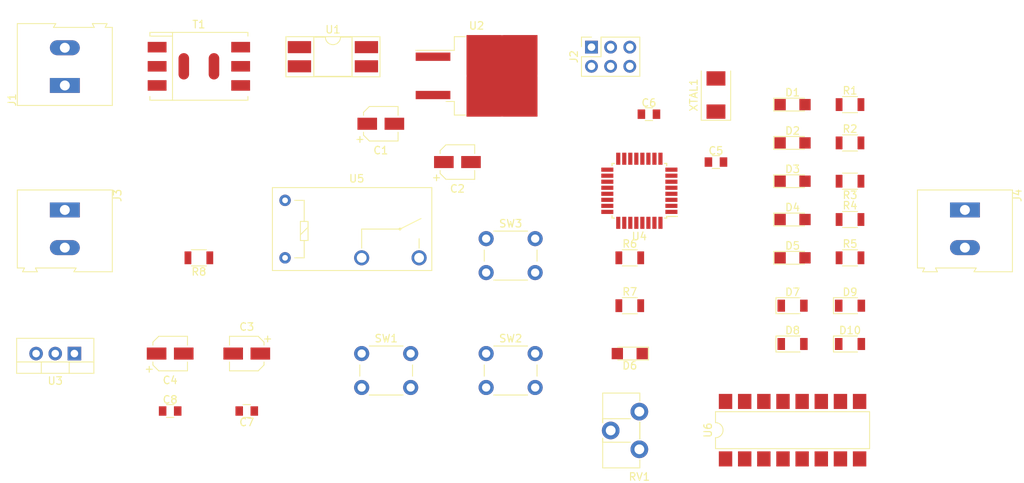
<source format=kicad_pcb>
(kicad_pcb (version 4) (host pcbnew 4.0.7)

  (general
    (links 93)
    (no_connects 89)
    (area 0 0 0 0)
    (thickness 1.6)
    (drawings 0)
    (tracks 0)
    (zones 0)
    (modules 42)
    (nets 60)
  )

  (page A4)
  (layers
    (0 F.Cu signal)
    (31 B.Cu signal)
    (32 B.Adhes user)
    (33 F.Adhes user)
    (34 B.Paste user)
    (35 F.Paste user)
    (36 B.SilkS user)
    (37 F.SilkS user)
    (38 B.Mask user)
    (39 F.Mask user)
    (40 Dwgs.User user)
    (41 Cmts.User user)
    (42 Eco1.User user)
    (43 Eco2.User user)
    (44 Edge.Cuts user)
    (45 Margin user)
    (46 B.CrtYd user)
    (47 F.CrtYd user)
    (48 B.Fab user)
    (49 F.Fab user)
  )

  (setup
    (last_trace_width 0.25)
    (trace_clearance 0.2)
    (zone_clearance 0.508)
    (zone_45_only no)
    (trace_min 0.2)
    (segment_width 0.2)
    (edge_width 0.15)
    (via_size 0.6)
    (via_drill 0.4)
    (via_min_size 0.4)
    (via_min_drill 0.3)
    (uvia_size 0.3)
    (uvia_drill 0.1)
    (uvias_allowed no)
    (uvia_min_size 0.2)
    (uvia_min_drill 0.1)
    (pcb_text_width 0.3)
    (pcb_text_size 1.5 1.5)
    (mod_edge_width 0.15)
    (mod_text_size 1 1)
    (mod_text_width 0.15)
    (pad_size 1.524 1.524)
    (pad_drill 0.762)
    (pad_to_mask_clearance 0.2)
    (aux_axis_origin 0 0)
    (visible_elements FFFFFF7F)
    (pcbplotparams
      (layerselection 0x00030_80000001)
      (usegerberextensions false)
      (excludeedgelayer true)
      (linewidth 0.100000)
      (plotframeref false)
      (viasonmask false)
      (mode 1)
      (useauxorigin false)
      (hpglpennumber 1)
      (hpglpenspeed 20)
      (hpglpendiameter 15)
      (hpglpenoverlay 2)
      (psnegative false)
      (psa4output false)
      (plotreference true)
      (plotvalue true)
      (plotinvisibletext false)
      (padsonsilk false)
      (subtractmaskfromsilk false)
      (outputformat 1)
      (mirror false)
      (drillshape 1)
      (scaleselection 1)
      (outputdirectory ""))
  )

  (net 0 "")
  (net 1 "Net-(C1-Pad1)")
  (net 2 GND)
  (net 3 9Vin)
  (net 4 +9V)
  (net 5 +5V)
  (net 6 "Net-(C5-Pad1)")
  (net 7 "Net-(C6-Pad1)")
  (net 8 "Net-(D1-Pad2)")
  (net 9 "Net-(D2-Pad2)")
  (net 10 "Net-(D3-Pad2)")
  (net 11 "Net-(D4-Pad2)")
  (net 12 "Net-(D5-Pad2)")
  (net 13 "Net-(D6-Pad2)")
  (net 14 "Net-(D7-Pad1)")
  (net 15 "Net-(D10-Pad2)")
  (net 16 "Net-(D9-Pad1)")
  (net 17 "Net-(D10-Pad1)")
  (net 18 "Net-(J1-Pad1)")
  (net 19 "Net-(J1-Pad2)")
  (net 20 MISO)
  (net 21 SCK)
  (net 22 MOSI)
  (net 23 RESET)
  (net 24 /GPIO)
  (net 25 "A0(pin23)")
  (net 26 "A1(pin24)")
  (net 27 "A2(pin25)")
  (net 28 "A3(pin26)")
  (net 29 "A4(pin27)")
  (net 30 "Net-(R8-Pad1)")
  (net 31 "A5(pin28)")
  (net 32 "Net-(SW1-Pad2)")
  (net 33 PIN1)
  (net 34 "Net-(SW2-Pad2)")
  (net 35 PIN0)
  (net 36 "Net-(SW3-Pad2)")
  (net 37 "Net-(T1-Pad3)")
  (net 38 "Net-(T1-Pad4)")
  (net 39 "Net-(U4-Pad1)")
  (net 40 "Net-(U4-Pad2)")
  (net 41 "Net-(U4-Pad7)")
  (net 42 "Net-(U4-Pad8)")
  (net 43 "Net-(U4-Pad11)")
  (net 44 MotorEN)
  (net 45 "Net-(U4-Pad13)")
  (net 46 SS)
  (net 47 "Net-(U4-Pad19)")
  (net 48 "Net-(U4-Pad22)")
  (net 49 "Net-(U4-Pad32)")
  (net 50 "Net-(U6-Pad9)")
  (net 51 PWMLeft)
  (net 52 "Net-(U6-Pad10)")
  (net 53 "Net-(U6-Pad11)")
  (net 54 "Net-(U6-Pad4)")
  (net 55 "Net-(U6-Pad12)")
  (net 56 "Net-(U6-Pad5)")
  (net 57 "Net-(U6-Pad14)")
  (net 58 PWMRight)
  (net 59 "Net-(U6-Pad15)")

  (net_class Default "This is the default net class."
    (clearance 0.2)
    (trace_width 0.25)
    (via_dia 0.6)
    (via_drill 0.4)
    (uvia_dia 0.3)
    (uvia_drill 0.1)
    (add_net +5V)
    (add_net +9V)
    (add_net /GPIO)
    (add_net 9Vin)
    (add_net "A0(pin23)")
    (add_net "A1(pin24)")
    (add_net "A2(pin25)")
    (add_net "A3(pin26)")
    (add_net "A4(pin27)")
    (add_net "A5(pin28)")
    (add_net GND)
    (add_net MISO)
    (add_net MOSI)
    (add_net MotorEN)
    (add_net "Net-(C1-Pad1)")
    (add_net "Net-(C5-Pad1)")
    (add_net "Net-(C6-Pad1)")
    (add_net "Net-(D1-Pad2)")
    (add_net "Net-(D10-Pad1)")
    (add_net "Net-(D10-Pad2)")
    (add_net "Net-(D2-Pad2)")
    (add_net "Net-(D3-Pad2)")
    (add_net "Net-(D4-Pad2)")
    (add_net "Net-(D5-Pad2)")
    (add_net "Net-(D6-Pad2)")
    (add_net "Net-(D7-Pad1)")
    (add_net "Net-(D9-Pad1)")
    (add_net "Net-(J1-Pad1)")
    (add_net "Net-(J1-Pad2)")
    (add_net "Net-(R8-Pad1)")
    (add_net "Net-(SW1-Pad2)")
    (add_net "Net-(SW2-Pad2)")
    (add_net "Net-(SW3-Pad2)")
    (add_net "Net-(T1-Pad3)")
    (add_net "Net-(T1-Pad4)")
    (add_net "Net-(U4-Pad1)")
    (add_net "Net-(U4-Pad11)")
    (add_net "Net-(U4-Pad13)")
    (add_net "Net-(U4-Pad19)")
    (add_net "Net-(U4-Pad2)")
    (add_net "Net-(U4-Pad22)")
    (add_net "Net-(U4-Pad32)")
    (add_net "Net-(U4-Pad7)")
    (add_net "Net-(U4-Pad8)")
    (add_net "Net-(U6-Pad10)")
    (add_net "Net-(U6-Pad11)")
    (add_net "Net-(U6-Pad12)")
    (add_net "Net-(U6-Pad14)")
    (add_net "Net-(U6-Pad15)")
    (add_net "Net-(U6-Pad4)")
    (add_net "Net-(U6-Pad5)")
    (add_net "Net-(U6-Pad9)")
    (add_net PIN0)
    (add_net PIN1)
    (add_net PWMLeft)
    (add_net PWMRight)
    (add_net RESET)
    (add_net SCK)
    (add_net SS)
  )

  (module Capacitors_SMD:CP_Elec_4x5.3 (layer F.Cu) (tedit 58AA85FB) (tstamp 59D47B97)
    (at 109.22 68.58)
    (descr "SMT capacitor, aluminium electrolytic, 4x5.3")
    (path /59D41B53)
    (attr smd)
    (fp_text reference C1 (at 0 3.54) (layer F.SilkS)
      (effects (font (size 1 1) (thickness 0.15)))
    )
    (fp_text value 600uF (at 0 -3.54) (layer F.Fab)
      (effects (font (size 1 1) (thickness 0.15)))
    )
    (fp_circle (center 0 0) (end 0 2.1) (layer F.Fab) (width 0.1))
    (fp_text user + (at -1.21 -0.08) (layer F.Fab)
      (effects (font (size 1 1) (thickness 0.15)))
    )
    (fp_text user + (at -2.77 2.01) (layer F.SilkS)
      (effects (font (size 1 1) (thickness 0.15)))
    )
    (fp_text user %R (at 0 3.54) (layer F.Fab)
      (effects (font (size 1 1) (thickness 0.15)))
    )
    (fp_line (start 2.13 2.13) (end 2.13 -2.13) (layer F.Fab) (width 0.1))
    (fp_line (start -1.46 2.13) (end 2.13 2.13) (layer F.Fab) (width 0.1))
    (fp_line (start -2.13 1.46) (end -1.46 2.13) (layer F.Fab) (width 0.1))
    (fp_line (start -2.13 -1.46) (end -2.13 1.46) (layer F.Fab) (width 0.1))
    (fp_line (start -1.46 -2.13) (end -2.13 -1.46) (layer F.Fab) (width 0.1))
    (fp_line (start 2.13 -2.13) (end -1.46 -2.13) (layer F.Fab) (width 0.1))
    (fp_line (start -2.29 -1.52) (end -2.29 -1.12) (layer F.SilkS) (width 0.12))
    (fp_line (start 2.29 -2.29) (end 2.29 -1.12) (layer F.SilkS) (width 0.12))
    (fp_line (start 2.29 2.29) (end 2.29 1.12) (layer F.SilkS) (width 0.12))
    (fp_line (start -2.29 1.52) (end -2.29 1.12) (layer F.SilkS) (width 0.12))
    (fp_line (start -1.52 2.29) (end 2.29 2.29) (layer F.SilkS) (width 0.12))
    (fp_line (start -1.52 2.29) (end -2.29 1.52) (layer F.SilkS) (width 0.12))
    (fp_line (start -1.52 -2.29) (end 2.29 -2.29) (layer F.SilkS) (width 0.12))
    (fp_line (start -1.52 -2.29) (end -2.29 -1.52) (layer F.SilkS) (width 0.12))
    (fp_line (start -3.35 -2.39) (end 3.35 -2.39) (layer F.CrtYd) (width 0.05))
    (fp_line (start -3.35 -2.39) (end -3.35 2.38) (layer F.CrtYd) (width 0.05))
    (fp_line (start 3.35 2.38) (end 3.35 -2.39) (layer F.CrtYd) (width 0.05))
    (fp_line (start 3.35 2.38) (end -3.35 2.38) (layer F.CrtYd) (width 0.05))
    (pad 1 smd rect (at -1.8 0 180) (size 2.6 1.6) (layers F.Cu F.Paste F.Mask)
      (net 1 "Net-(C1-Pad1)"))
    (pad 2 smd rect (at 1.8 0 180) (size 2.6 1.6) (layers F.Cu F.Paste F.Mask)
      (net 2 GND))
    (model Capacitors_SMD.3dshapes/CP_Elec_4x5.3.wrl
      (at (xyz 0 0 0))
      (scale (xyz 1 1 1))
      (rotate (xyz 0 0 180))
    )
  )

  (module Capacitors_SMD:CP_Elec_4x5.3 (layer F.Cu) (tedit 58AA85FB) (tstamp 59D47BB3)
    (at 119.38 73.66)
    (descr "SMT capacitor, aluminium electrolytic, 4x5.3")
    (path /59D41F13)
    (attr smd)
    (fp_text reference C2 (at 0 3.54) (layer F.SilkS)
      (effects (font (size 1 1) (thickness 0.15)))
    )
    (fp_text value 47uF (at 0 -3.54) (layer F.Fab)
      (effects (font (size 1 1) (thickness 0.15)))
    )
    (fp_circle (center 0 0) (end 0 2.1) (layer F.Fab) (width 0.1))
    (fp_text user + (at -1.21 -0.08) (layer F.Fab)
      (effects (font (size 1 1) (thickness 0.15)))
    )
    (fp_text user + (at -2.77 2.01) (layer F.SilkS)
      (effects (font (size 1 1) (thickness 0.15)))
    )
    (fp_text user %R (at 0 3.54) (layer F.Fab)
      (effects (font (size 1 1) (thickness 0.15)))
    )
    (fp_line (start 2.13 2.13) (end 2.13 -2.13) (layer F.Fab) (width 0.1))
    (fp_line (start -1.46 2.13) (end 2.13 2.13) (layer F.Fab) (width 0.1))
    (fp_line (start -2.13 1.46) (end -1.46 2.13) (layer F.Fab) (width 0.1))
    (fp_line (start -2.13 -1.46) (end -2.13 1.46) (layer F.Fab) (width 0.1))
    (fp_line (start -1.46 -2.13) (end -2.13 -1.46) (layer F.Fab) (width 0.1))
    (fp_line (start 2.13 -2.13) (end -1.46 -2.13) (layer F.Fab) (width 0.1))
    (fp_line (start -2.29 -1.52) (end -2.29 -1.12) (layer F.SilkS) (width 0.12))
    (fp_line (start 2.29 -2.29) (end 2.29 -1.12) (layer F.SilkS) (width 0.12))
    (fp_line (start 2.29 2.29) (end 2.29 1.12) (layer F.SilkS) (width 0.12))
    (fp_line (start -2.29 1.52) (end -2.29 1.12) (layer F.SilkS) (width 0.12))
    (fp_line (start -1.52 2.29) (end 2.29 2.29) (layer F.SilkS) (width 0.12))
    (fp_line (start -1.52 2.29) (end -2.29 1.52) (layer F.SilkS) (width 0.12))
    (fp_line (start -1.52 -2.29) (end 2.29 -2.29) (layer F.SilkS) (width 0.12))
    (fp_line (start -1.52 -2.29) (end -2.29 -1.52) (layer F.SilkS) (width 0.12))
    (fp_line (start -3.35 -2.39) (end 3.35 -2.39) (layer F.CrtYd) (width 0.05))
    (fp_line (start -3.35 -2.39) (end -3.35 2.38) (layer F.CrtYd) (width 0.05))
    (fp_line (start 3.35 2.38) (end 3.35 -2.39) (layer F.CrtYd) (width 0.05))
    (fp_line (start 3.35 2.38) (end -3.35 2.38) (layer F.CrtYd) (width 0.05))
    (pad 1 smd rect (at -1.8 0 180) (size 2.6 1.6) (layers F.Cu F.Paste F.Mask)
      (net 3 9Vin))
    (pad 2 smd rect (at 1.8 0 180) (size 2.6 1.6) (layers F.Cu F.Paste F.Mask)
      (net 2 GND))
    (model Capacitors_SMD.3dshapes/CP_Elec_4x5.3.wrl
      (at (xyz 0 0 0))
      (scale (xyz 1 1 1))
      (rotate (xyz 0 0 180))
    )
  )

  (module Capacitors_SMD:CP_Elec_4x5.3 (layer F.Cu) (tedit 58AA85FB) (tstamp 59D47BCF)
    (at 91.44 99.06 180)
    (descr "SMT capacitor, aluminium electrolytic, 4x5.3")
    (path /59D46C72)
    (attr smd)
    (fp_text reference C3 (at 0 3.54 180) (layer F.SilkS)
      (effects (font (size 1 1) (thickness 0.15)))
    )
    (fp_text value 10uF (at 0 -3.54 180) (layer F.Fab)
      (effects (font (size 1 1) (thickness 0.15)))
    )
    (fp_circle (center 0 0) (end 0 2.1) (layer F.Fab) (width 0.1))
    (fp_text user + (at -1.21 -0.08 180) (layer F.Fab)
      (effects (font (size 1 1) (thickness 0.15)))
    )
    (fp_text user + (at -2.77 2.01 180) (layer F.SilkS)
      (effects (font (size 1 1) (thickness 0.15)))
    )
    (fp_text user %R (at 0 3.54 180) (layer F.Fab)
      (effects (font (size 1 1) (thickness 0.15)))
    )
    (fp_line (start 2.13 2.13) (end 2.13 -2.13) (layer F.Fab) (width 0.1))
    (fp_line (start -1.46 2.13) (end 2.13 2.13) (layer F.Fab) (width 0.1))
    (fp_line (start -2.13 1.46) (end -1.46 2.13) (layer F.Fab) (width 0.1))
    (fp_line (start -2.13 -1.46) (end -2.13 1.46) (layer F.Fab) (width 0.1))
    (fp_line (start -1.46 -2.13) (end -2.13 -1.46) (layer F.Fab) (width 0.1))
    (fp_line (start 2.13 -2.13) (end -1.46 -2.13) (layer F.Fab) (width 0.1))
    (fp_line (start -2.29 -1.52) (end -2.29 -1.12) (layer F.SilkS) (width 0.12))
    (fp_line (start 2.29 -2.29) (end 2.29 -1.12) (layer F.SilkS) (width 0.12))
    (fp_line (start 2.29 2.29) (end 2.29 1.12) (layer F.SilkS) (width 0.12))
    (fp_line (start -2.29 1.52) (end -2.29 1.12) (layer F.SilkS) (width 0.12))
    (fp_line (start -1.52 2.29) (end 2.29 2.29) (layer F.SilkS) (width 0.12))
    (fp_line (start -1.52 2.29) (end -2.29 1.52) (layer F.SilkS) (width 0.12))
    (fp_line (start -1.52 -2.29) (end 2.29 -2.29) (layer F.SilkS) (width 0.12))
    (fp_line (start -1.52 -2.29) (end -2.29 -1.52) (layer F.SilkS) (width 0.12))
    (fp_line (start -3.35 -2.39) (end 3.35 -2.39) (layer F.CrtYd) (width 0.05))
    (fp_line (start -3.35 -2.39) (end -3.35 2.38) (layer F.CrtYd) (width 0.05))
    (fp_line (start 3.35 2.38) (end 3.35 -2.39) (layer F.CrtYd) (width 0.05))
    (fp_line (start 3.35 2.38) (end -3.35 2.38) (layer F.CrtYd) (width 0.05))
    (pad 1 smd rect (at -1.8 0) (size 2.6 1.6) (layers F.Cu F.Paste F.Mask)
      (net 4 +9V))
    (pad 2 smd rect (at 1.8 0) (size 2.6 1.6) (layers F.Cu F.Paste F.Mask)
      (net 2 GND))
    (model Capacitors_SMD.3dshapes/CP_Elec_4x5.3.wrl
      (at (xyz 0 0 0))
      (scale (xyz 1 1 1))
      (rotate (xyz 0 0 180))
    )
  )

  (module Capacitors_SMD:CP_Elec_4x5.3 (layer F.Cu) (tedit 58AA85FB) (tstamp 59D47BEB)
    (at 81.28 99.06)
    (descr "SMT capacitor, aluminium electrolytic, 4x5.3")
    (path /59D46D7A)
    (attr smd)
    (fp_text reference C4 (at 0 3.54) (layer F.SilkS)
      (effects (font (size 1 1) (thickness 0.15)))
    )
    (fp_text value 10uF (at 0 -3.54) (layer F.Fab)
      (effects (font (size 1 1) (thickness 0.15)))
    )
    (fp_circle (center 0 0) (end 0 2.1) (layer F.Fab) (width 0.1))
    (fp_text user + (at -1.21 -0.08) (layer F.Fab)
      (effects (font (size 1 1) (thickness 0.15)))
    )
    (fp_text user + (at -2.77 2.01) (layer F.SilkS)
      (effects (font (size 1 1) (thickness 0.15)))
    )
    (fp_text user %R (at 0 3.54) (layer F.Fab)
      (effects (font (size 1 1) (thickness 0.15)))
    )
    (fp_line (start 2.13 2.13) (end 2.13 -2.13) (layer F.Fab) (width 0.1))
    (fp_line (start -1.46 2.13) (end 2.13 2.13) (layer F.Fab) (width 0.1))
    (fp_line (start -2.13 1.46) (end -1.46 2.13) (layer F.Fab) (width 0.1))
    (fp_line (start -2.13 -1.46) (end -2.13 1.46) (layer F.Fab) (width 0.1))
    (fp_line (start -1.46 -2.13) (end -2.13 -1.46) (layer F.Fab) (width 0.1))
    (fp_line (start 2.13 -2.13) (end -1.46 -2.13) (layer F.Fab) (width 0.1))
    (fp_line (start -2.29 -1.52) (end -2.29 -1.12) (layer F.SilkS) (width 0.12))
    (fp_line (start 2.29 -2.29) (end 2.29 -1.12) (layer F.SilkS) (width 0.12))
    (fp_line (start 2.29 2.29) (end 2.29 1.12) (layer F.SilkS) (width 0.12))
    (fp_line (start -2.29 1.52) (end -2.29 1.12) (layer F.SilkS) (width 0.12))
    (fp_line (start -1.52 2.29) (end 2.29 2.29) (layer F.SilkS) (width 0.12))
    (fp_line (start -1.52 2.29) (end -2.29 1.52) (layer F.SilkS) (width 0.12))
    (fp_line (start -1.52 -2.29) (end 2.29 -2.29) (layer F.SilkS) (width 0.12))
    (fp_line (start -1.52 -2.29) (end -2.29 -1.52) (layer F.SilkS) (width 0.12))
    (fp_line (start -3.35 -2.39) (end 3.35 -2.39) (layer F.CrtYd) (width 0.05))
    (fp_line (start -3.35 -2.39) (end -3.35 2.38) (layer F.CrtYd) (width 0.05))
    (fp_line (start 3.35 2.38) (end 3.35 -2.39) (layer F.CrtYd) (width 0.05))
    (fp_line (start 3.35 2.38) (end -3.35 2.38) (layer F.CrtYd) (width 0.05))
    (pad 1 smd rect (at -1.8 0 180) (size 2.6 1.6) (layers F.Cu F.Paste F.Mask)
      (net 5 +5V))
    (pad 2 smd rect (at 1.8 0 180) (size 2.6 1.6) (layers F.Cu F.Paste F.Mask)
      (net 2 GND))
    (model Capacitors_SMD.3dshapes/CP_Elec_4x5.3.wrl
      (at (xyz 0 0 0))
      (scale (xyz 1 1 1))
      (rotate (xyz 0 0 180))
    )
  )

  (module Capacitors_SMD:C_0805 (layer F.Cu) (tedit 58AA8463) (tstamp 59D47BFC)
    (at 153.67 73.66)
    (descr "Capacitor SMD 0805, reflow soldering, AVX (see smccp.pdf)")
    (tags "capacitor 0805")
    (path /59D50C3E)
    (attr smd)
    (fp_text reference C5 (at 0 -1.5) (layer F.SilkS)
      (effects (font (size 1 1) (thickness 0.15)))
    )
    (fp_text value 22pF (at 0 1.75) (layer F.Fab)
      (effects (font (size 1 1) (thickness 0.15)))
    )
    (fp_text user %R (at 0 -1.5) (layer F.Fab)
      (effects (font (size 1 1) (thickness 0.15)))
    )
    (fp_line (start -1 0.62) (end -1 -0.62) (layer F.Fab) (width 0.1))
    (fp_line (start 1 0.62) (end -1 0.62) (layer F.Fab) (width 0.1))
    (fp_line (start 1 -0.62) (end 1 0.62) (layer F.Fab) (width 0.1))
    (fp_line (start -1 -0.62) (end 1 -0.62) (layer F.Fab) (width 0.1))
    (fp_line (start 0.5 -0.85) (end -0.5 -0.85) (layer F.SilkS) (width 0.12))
    (fp_line (start -0.5 0.85) (end 0.5 0.85) (layer F.SilkS) (width 0.12))
    (fp_line (start -1.75 -0.88) (end 1.75 -0.88) (layer F.CrtYd) (width 0.05))
    (fp_line (start -1.75 -0.88) (end -1.75 0.87) (layer F.CrtYd) (width 0.05))
    (fp_line (start 1.75 0.87) (end 1.75 -0.88) (layer F.CrtYd) (width 0.05))
    (fp_line (start 1.75 0.87) (end -1.75 0.87) (layer F.CrtYd) (width 0.05))
    (pad 1 smd rect (at -1 0) (size 1 1.25) (layers F.Cu F.Paste F.Mask)
      (net 6 "Net-(C5-Pad1)"))
    (pad 2 smd rect (at 1 0) (size 1 1.25) (layers F.Cu F.Paste F.Mask)
      (net 2 GND))
    (model Capacitors_SMD.3dshapes/C_0805.wrl
      (at (xyz 0 0 0))
      (scale (xyz 1 1 1))
      (rotate (xyz 0 0 0))
    )
  )

  (module Capacitors_SMD:C_0805 (layer F.Cu) (tedit 58AA8463) (tstamp 59D47C0D)
    (at 144.78 67.31)
    (descr "Capacitor SMD 0805, reflow soldering, AVX (see smccp.pdf)")
    (tags "capacitor 0805")
    (path /59D5133C)
    (attr smd)
    (fp_text reference C6 (at 0 -1.5) (layer F.SilkS)
      (effects (font (size 1 1) (thickness 0.15)))
    )
    (fp_text value 22pF (at 0 1.75) (layer F.Fab)
      (effects (font (size 1 1) (thickness 0.15)))
    )
    (fp_text user %R (at 0 -1.5) (layer F.Fab)
      (effects (font (size 1 1) (thickness 0.15)))
    )
    (fp_line (start -1 0.62) (end -1 -0.62) (layer F.Fab) (width 0.1))
    (fp_line (start 1 0.62) (end -1 0.62) (layer F.Fab) (width 0.1))
    (fp_line (start 1 -0.62) (end 1 0.62) (layer F.Fab) (width 0.1))
    (fp_line (start -1 -0.62) (end 1 -0.62) (layer F.Fab) (width 0.1))
    (fp_line (start 0.5 -0.85) (end -0.5 -0.85) (layer F.SilkS) (width 0.12))
    (fp_line (start -0.5 0.85) (end 0.5 0.85) (layer F.SilkS) (width 0.12))
    (fp_line (start -1.75 -0.88) (end 1.75 -0.88) (layer F.CrtYd) (width 0.05))
    (fp_line (start -1.75 -0.88) (end -1.75 0.87) (layer F.CrtYd) (width 0.05))
    (fp_line (start 1.75 0.87) (end 1.75 -0.88) (layer F.CrtYd) (width 0.05))
    (fp_line (start 1.75 0.87) (end -1.75 0.87) (layer F.CrtYd) (width 0.05))
    (pad 1 smd rect (at -1 0) (size 1 1.25) (layers F.Cu F.Paste F.Mask)
      (net 7 "Net-(C6-Pad1)"))
    (pad 2 smd rect (at 1 0) (size 1 1.25) (layers F.Cu F.Paste F.Mask)
      (net 2 GND))
    (model Capacitors_SMD.3dshapes/C_0805.wrl
      (at (xyz 0 0 0))
      (scale (xyz 1 1 1))
      (rotate (xyz 0 0 0))
    )
  )

  (module Capacitors_SMD:C_0805 (layer F.Cu) (tedit 58AA8463) (tstamp 59D47C1E)
    (at 91.44 106.68 180)
    (descr "Capacitor SMD 0805, reflow soldering, AVX (see smccp.pdf)")
    (tags "capacitor 0805")
    (path /59D679C0)
    (attr smd)
    (fp_text reference C7 (at 0 -1.5 180) (layer F.SilkS)
      (effects (font (size 1 1) (thickness 0.15)))
    )
    (fp_text value 0.1uF (at 0 1.75 180) (layer F.Fab)
      (effects (font (size 1 1) (thickness 0.15)))
    )
    (fp_text user %R (at 0 -1.5 180) (layer F.Fab)
      (effects (font (size 1 1) (thickness 0.15)))
    )
    (fp_line (start -1 0.62) (end -1 -0.62) (layer F.Fab) (width 0.1))
    (fp_line (start 1 0.62) (end -1 0.62) (layer F.Fab) (width 0.1))
    (fp_line (start 1 -0.62) (end 1 0.62) (layer F.Fab) (width 0.1))
    (fp_line (start -1 -0.62) (end 1 -0.62) (layer F.Fab) (width 0.1))
    (fp_line (start 0.5 -0.85) (end -0.5 -0.85) (layer F.SilkS) (width 0.12))
    (fp_line (start -0.5 0.85) (end 0.5 0.85) (layer F.SilkS) (width 0.12))
    (fp_line (start -1.75 -0.88) (end 1.75 -0.88) (layer F.CrtYd) (width 0.05))
    (fp_line (start -1.75 -0.88) (end -1.75 0.87) (layer F.CrtYd) (width 0.05))
    (fp_line (start 1.75 0.87) (end 1.75 -0.88) (layer F.CrtYd) (width 0.05))
    (fp_line (start 1.75 0.87) (end -1.75 0.87) (layer F.CrtYd) (width 0.05))
    (pad 1 smd rect (at -1 0 180) (size 1 1.25) (layers F.Cu F.Paste F.Mask)
      (net 5 +5V))
    (pad 2 smd rect (at 1 0 180) (size 1 1.25) (layers F.Cu F.Paste F.Mask)
      (net 2 GND))
    (model Capacitors_SMD.3dshapes/C_0805.wrl
      (at (xyz 0 0 0))
      (scale (xyz 1 1 1))
      (rotate (xyz 0 0 0))
    )
  )

  (module Capacitors_SMD:C_0805 (layer F.Cu) (tedit 58AA8463) (tstamp 59D47C2F)
    (at 81.28 106.68)
    (descr "Capacitor SMD 0805, reflow soldering, AVX (see smccp.pdf)")
    (tags "capacitor 0805")
    (path /59D673CA)
    (attr smd)
    (fp_text reference C8 (at 0 -1.5) (layer F.SilkS)
      (effects (font (size 1 1) (thickness 0.15)))
    )
    (fp_text value 0.1uF (at 0 1.75) (layer F.Fab)
      (effects (font (size 1 1) (thickness 0.15)))
    )
    (fp_text user %R (at 0 -1.5) (layer F.Fab)
      (effects (font (size 1 1) (thickness 0.15)))
    )
    (fp_line (start -1 0.62) (end -1 -0.62) (layer F.Fab) (width 0.1))
    (fp_line (start 1 0.62) (end -1 0.62) (layer F.Fab) (width 0.1))
    (fp_line (start 1 -0.62) (end 1 0.62) (layer F.Fab) (width 0.1))
    (fp_line (start -1 -0.62) (end 1 -0.62) (layer F.Fab) (width 0.1))
    (fp_line (start 0.5 -0.85) (end -0.5 -0.85) (layer F.SilkS) (width 0.12))
    (fp_line (start -0.5 0.85) (end 0.5 0.85) (layer F.SilkS) (width 0.12))
    (fp_line (start -1.75 -0.88) (end 1.75 -0.88) (layer F.CrtYd) (width 0.05))
    (fp_line (start -1.75 -0.88) (end -1.75 0.87) (layer F.CrtYd) (width 0.05))
    (fp_line (start 1.75 0.87) (end 1.75 -0.88) (layer F.CrtYd) (width 0.05))
    (fp_line (start 1.75 0.87) (end -1.75 0.87) (layer F.CrtYd) (width 0.05))
    (pad 1 smd rect (at -1 0) (size 1 1.25) (layers F.Cu F.Paste F.Mask)
      (net 5 +5V))
    (pad 2 smd rect (at 1 0) (size 1 1.25) (layers F.Cu F.Paste F.Mask)
      (net 2 GND))
    (model Capacitors_SMD.3dshapes/C_0805.wrl
      (at (xyz 0 0 0))
      (scale (xyz 1 1 1))
      (rotate (xyz 0 0 0))
    )
  )

  (module LEDs:LED_1206 (layer F.Cu) (tedit 57FE943C) (tstamp 59D47C44)
    (at 163.83 66.04)
    (descr "LED 1206 smd package")
    (tags "LED led 1206 SMD smd SMT smt smdled SMDLED smtled SMTLED")
    (path /59D69D9D)
    (attr smd)
    (fp_text reference D1 (at 0 -1.6) (layer F.SilkS)
      (effects (font (size 1 1) (thickness 0.15)))
    )
    (fp_text value LED1 (at 0 1.7) (layer F.Fab)
      (effects (font (size 1 1) (thickness 0.15)))
    )
    (fp_line (start -2.5 -0.85) (end -2.5 0.85) (layer F.SilkS) (width 0.12))
    (fp_line (start -0.45 -0.4) (end -0.45 0.4) (layer F.Fab) (width 0.1))
    (fp_line (start -0.4 0) (end 0.2 -0.4) (layer F.Fab) (width 0.1))
    (fp_line (start 0.2 0.4) (end -0.4 0) (layer F.Fab) (width 0.1))
    (fp_line (start 0.2 -0.4) (end 0.2 0.4) (layer F.Fab) (width 0.1))
    (fp_line (start 1.6 0.8) (end -1.6 0.8) (layer F.Fab) (width 0.1))
    (fp_line (start 1.6 -0.8) (end 1.6 0.8) (layer F.Fab) (width 0.1))
    (fp_line (start -1.6 -0.8) (end 1.6 -0.8) (layer F.Fab) (width 0.1))
    (fp_line (start -1.6 0.8) (end -1.6 -0.8) (layer F.Fab) (width 0.1))
    (fp_line (start -2.45 0.85) (end 1.6 0.85) (layer F.SilkS) (width 0.12))
    (fp_line (start -2.45 -0.85) (end 1.6 -0.85) (layer F.SilkS) (width 0.12))
    (fp_line (start 2.65 -1) (end 2.65 1) (layer F.CrtYd) (width 0.05))
    (fp_line (start 2.65 1) (end -2.65 1) (layer F.CrtYd) (width 0.05))
    (fp_line (start -2.65 1) (end -2.65 -1) (layer F.CrtYd) (width 0.05))
    (fp_line (start -2.65 -1) (end 2.65 -1) (layer F.CrtYd) (width 0.05))
    (pad 2 smd rect (at 1.65 0 180) (size 1.5 1.5) (layers F.Cu F.Paste F.Mask)
      (net 8 "Net-(D1-Pad2)"))
    (pad 1 smd rect (at -1.65 0 180) (size 1.5 1.5) (layers F.Cu F.Paste F.Mask)
      (net 2 GND))
    (model ${KISYS3DMOD}/LEDs.3dshapes/LED_1206.wrl
      (at (xyz 0 0 0))
      (scale (xyz 1 1 1))
      (rotate (xyz 0 0 180))
    )
  )

  (module LEDs:LED_1206 (layer F.Cu) (tedit 57FE943C) (tstamp 59D47C59)
    (at 163.83 71.12)
    (descr "LED 1206 smd package")
    (tags "LED led 1206 SMD smd SMT smt smdled SMDLED smtled SMTLED")
    (path /59D6A168)
    (attr smd)
    (fp_text reference D2 (at 0 -1.6) (layer F.SilkS)
      (effects (font (size 1 1) (thickness 0.15)))
    )
    (fp_text value LED1 (at 0 1.7) (layer F.Fab)
      (effects (font (size 1 1) (thickness 0.15)))
    )
    (fp_line (start -2.5 -0.85) (end -2.5 0.85) (layer F.SilkS) (width 0.12))
    (fp_line (start -0.45 -0.4) (end -0.45 0.4) (layer F.Fab) (width 0.1))
    (fp_line (start -0.4 0) (end 0.2 -0.4) (layer F.Fab) (width 0.1))
    (fp_line (start 0.2 0.4) (end -0.4 0) (layer F.Fab) (width 0.1))
    (fp_line (start 0.2 -0.4) (end 0.2 0.4) (layer F.Fab) (width 0.1))
    (fp_line (start 1.6 0.8) (end -1.6 0.8) (layer F.Fab) (width 0.1))
    (fp_line (start 1.6 -0.8) (end 1.6 0.8) (layer F.Fab) (width 0.1))
    (fp_line (start -1.6 -0.8) (end 1.6 -0.8) (layer F.Fab) (width 0.1))
    (fp_line (start -1.6 0.8) (end -1.6 -0.8) (layer F.Fab) (width 0.1))
    (fp_line (start -2.45 0.85) (end 1.6 0.85) (layer F.SilkS) (width 0.12))
    (fp_line (start -2.45 -0.85) (end 1.6 -0.85) (layer F.SilkS) (width 0.12))
    (fp_line (start 2.65 -1) (end 2.65 1) (layer F.CrtYd) (width 0.05))
    (fp_line (start 2.65 1) (end -2.65 1) (layer F.CrtYd) (width 0.05))
    (fp_line (start -2.65 1) (end -2.65 -1) (layer F.CrtYd) (width 0.05))
    (fp_line (start -2.65 -1) (end 2.65 -1) (layer F.CrtYd) (width 0.05))
    (pad 2 smd rect (at 1.65 0 180) (size 1.5 1.5) (layers F.Cu F.Paste F.Mask)
      (net 9 "Net-(D2-Pad2)"))
    (pad 1 smd rect (at -1.65 0 180) (size 1.5 1.5) (layers F.Cu F.Paste F.Mask)
      (net 2 GND))
    (model ${KISYS3DMOD}/LEDs.3dshapes/LED_1206.wrl
      (at (xyz 0 0 0))
      (scale (xyz 1 1 1))
      (rotate (xyz 0 0 180))
    )
  )

  (module LEDs:LED_1206 (layer F.Cu) (tedit 57FE943C) (tstamp 59D47C6E)
    (at 163.83 76.2)
    (descr "LED 1206 smd package")
    (tags "LED led 1206 SMD smd SMT smt smdled SMDLED smtled SMTLED")
    (path /59D6A1D6)
    (attr smd)
    (fp_text reference D3 (at 0 -1.6) (layer F.SilkS)
      (effects (font (size 1 1) (thickness 0.15)))
    )
    (fp_text value LED1 (at 0 1.7) (layer F.Fab)
      (effects (font (size 1 1) (thickness 0.15)))
    )
    (fp_line (start -2.5 -0.85) (end -2.5 0.85) (layer F.SilkS) (width 0.12))
    (fp_line (start -0.45 -0.4) (end -0.45 0.4) (layer F.Fab) (width 0.1))
    (fp_line (start -0.4 0) (end 0.2 -0.4) (layer F.Fab) (width 0.1))
    (fp_line (start 0.2 0.4) (end -0.4 0) (layer F.Fab) (width 0.1))
    (fp_line (start 0.2 -0.4) (end 0.2 0.4) (layer F.Fab) (width 0.1))
    (fp_line (start 1.6 0.8) (end -1.6 0.8) (layer F.Fab) (width 0.1))
    (fp_line (start 1.6 -0.8) (end 1.6 0.8) (layer F.Fab) (width 0.1))
    (fp_line (start -1.6 -0.8) (end 1.6 -0.8) (layer F.Fab) (width 0.1))
    (fp_line (start -1.6 0.8) (end -1.6 -0.8) (layer F.Fab) (width 0.1))
    (fp_line (start -2.45 0.85) (end 1.6 0.85) (layer F.SilkS) (width 0.12))
    (fp_line (start -2.45 -0.85) (end 1.6 -0.85) (layer F.SilkS) (width 0.12))
    (fp_line (start 2.65 -1) (end 2.65 1) (layer F.CrtYd) (width 0.05))
    (fp_line (start 2.65 1) (end -2.65 1) (layer F.CrtYd) (width 0.05))
    (fp_line (start -2.65 1) (end -2.65 -1) (layer F.CrtYd) (width 0.05))
    (fp_line (start -2.65 -1) (end 2.65 -1) (layer F.CrtYd) (width 0.05))
    (pad 2 smd rect (at 1.65 0 180) (size 1.5 1.5) (layers F.Cu F.Paste F.Mask)
      (net 10 "Net-(D3-Pad2)"))
    (pad 1 smd rect (at -1.65 0 180) (size 1.5 1.5) (layers F.Cu F.Paste F.Mask)
      (net 2 GND))
    (model ${KISYS3DMOD}/LEDs.3dshapes/LED_1206.wrl
      (at (xyz 0 0 0))
      (scale (xyz 1 1 1))
      (rotate (xyz 0 0 180))
    )
  )

  (module LEDs:LED_1206 (layer F.Cu) (tedit 57FE943C) (tstamp 59D47C83)
    (at 163.83 81.28)
    (descr "LED 1206 smd package")
    (tags "LED led 1206 SMD smd SMT smt smdled SMDLED smtled SMTLED")
    (path /59D6A247)
    (attr smd)
    (fp_text reference D4 (at 0 -1.6) (layer F.SilkS)
      (effects (font (size 1 1) (thickness 0.15)))
    )
    (fp_text value LED1 (at 0 1.7) (layer F.Fab)
      (effects (font (size 1 1) (thickness 0.15)))
    )
    (fp_line (start -2.5 -0.85) (end -2.5 0.85) (layer F.SilkS) (width 0.12))
    (fp_line (start -0.45 -0.4) (end -0.45 0.4) (layer F.Fab) (width 0.1))
    (fp_line (start -0.4 0) (end 0.2 -0.4) (layer F.Fab) (width 0.1))
    (fp_line (start 0.2 0.4) (end -0.4 0) (layer F.Fab) (width 0.1))
    (fp_line (start 0.2 -0.4) (end 0.2 0.4) (layer F.Fab) (width 0.1))
    (fp_line (start 1.6 0.8) (end -1.6 0.8) (layer F.Fab) (width 0.1))
    (fp_line (start 1.6 -0.8) (end 1.6 0.8) (layer F.Fab) (width 0.1))
    (fp_line (start -1.6 -0.8) (end 1.6 -0.8) (layer F.Fab) (width 0.1))
    (fp_line (start -1.6 0.8) (end -1.6 -0.8) (layer F.Fab) (width 0.1))
    (fp_line (start -2.45 0.85) (end 1.6 0.85) (layer F.SilkS) (width 0.12))
    (fp_line (start -2.45 -0.85) (end 1.6 -0.85) (layer F.SilkS) (width 0.12))
    (fp_line (start 2.65 -1) (end 2.65 1) (layer F.CrtYd) (width 0.05))
    (fp_line (start 2.65 1) (end -2.65 1) (layer F.CrtYd) (width 0.05))
    (fp_line (start -2.65 1) (end -2.65 -1) (layer F.CrtYd) (width 0.05))
    (fp_line (start -2.65 -1) (end 2.65 -1) (layer F.CrtYd) (width 0.05))
    (pad 2 smd rect (at 1.65 0 180) (size 1.5 1.5) (layers F.Cu F.Paste F.Mask)
      (net 11 "Net-(D4-Pad2)"))
    (pad 1 smd rect (at -1.65 0 180) (size 1.5 1.5) (layers F.Cu F.Paste F.Mask)
      (net 2 GND))
    (model ${KISYS3DMOD}/LEDs.3dshapes/LED_1206.wrl
      (at (xyz 0 0 0))
      (scale (xyz 1 1 1))
      (rotate (xyz 0 0 180))
    )
  )

  (module LEDs:LED_1206 (layer F.Cu) (tedit 57FE943C) (tstamp 59D47C98)
    (at 163.83 86.36)
    (descr "LED 1206 smd package")
    (tags "LED led 1206 SMD smd SMT smt smdled SMDLED smtled SMTLED")
    (path /59D6A391)
    (attr smd)
    (fp_text reference D5 (at 0 -1.6) (layer F.SilkS)
      (effects (font (size 1 1) (thickness 0.15)))
    )
    (fp_text value LED1 (at 0 1.7) (layer F.Fab)
      (effects (font (size 1 1) (thickness 0.15)))
    )
    (fp_line (start -2.5 -0.85) (end -2.5 0.85) (layer F.SilkS) (width 0.12))
    (fp_line (start -0.45 -0.4) (end -0.45 0.4) (layer F.Fab) (width 0.1))
    (fp_line (start -0.4 0) (end 0.2 -0.4) (layer F.Fab) (width 0.1))
    (fp_line (start 0.2 0.4) (end -0.4 0) (layer F.Fab) (width 0.1))
    (fp_line (start 0.2 -0.4) (end 0.2 0.4) (layer F.Fab) (width 0.1))
    (fp_line (start 1.6 0.8) (end -1.6 0.8) (layer F.Fab) (width 0.1))
    (fp_line (start 1.6 -0.8) (end 1.6 0.8) (layer F.Fab) (width 0.1))
    (fp_line (start -1.6 -0.8) (end 1.6 -0.8) (layer F.Fab) (width 0.1))
    (fp_line (start -1.6 0.8) (end -1.6 -0.8) (layer F.Fab) (width 0.1))
    (fp_line (start -2.45 0.85) (end 1.6 0.85) (layer F.SilkS) (width 0.12))
    (fp_line (start -2.45 -0.85) (end 1.6 -0.85) (layer F.SilkS) (width 0.12))
    (fp_line (start 2.65 -1) (end 2.65 1) (layer F.CrtYd) (width 0.05))
    (fp_line (start 2.65 1) (end -2.65 1) (layer F.CrtYd) (width 0.05))
    (fp_line (start -2.65 1) (end -2.65 -1) (layer F.CrtYd) (width 0.05))
    (fp_line (start -2.65 -1) (end 2.65 -1) (layer F.CrtYd) (width 0.05))
    (pad 2 smd rect (at 1.65 0 180) (size 1.5 1.5) (layers F.Cu F.Paste F.Mask)
      (net 12 "Net-(D5-Pad2)"))
    (pad 1 smd rect (at -1.65 0 180) (size 1.5 1.5) (layers F.Cu F.Paste F.Mask)
      (net 2 GND))
    (model ${KISYS3DMOD}/LEDs.3dshapes/LED_1206.wrl
      (at (xyz 0 0 0))
      (scale (xyz 1 1 1))
      (rotate (xyz 0 0 180))
    )
  )

  (module LEDs:LED_1206 (layer F.Cu) (tedit 57FE943C) (tstamp 59D47CAD)
    (at 142.24 99.06 180)
    (descr "LED 1206 smd package")
    (tags "LED led 1206 SMD smd SMT smt smdled SMDLED smtled SMTLED")
    (path /59D4887E)
    (attr smd)
    (fp_text reference D6 (at 0 -1.6 180) (layer F.SilkS)
      (effects (font (size 1 1) (thickness 0.15)))
    )
    (fp_text value LED6 (at 0 1.7 180) (layer F.Fab)
      (effects (font (size 1 1) (thickness 0.15)))
    )
    (fp_line (start -2.5 -0.85) (end -2.5 0.85) (layer F.SilkS) (width 0.12))
    (fp_line (start -0.45 -0.4) (end -0.45 0.4) (layer F.Fab) (width 0.1))
    (fp_line (start -0.4 0) (end 0.2 -0.4) (layer F.Fab) (width 0.1))
    (fp_line (start 0.2 0.4) (end -0.4 0) (layer F.Fab) (width 0.1))
    (fp_line (start 0.2 -0.4) (end 0.2 0.4) (layer F.Fab) (width 0.1))
    (fp_line (start 1.6 0.8) (end -1.6 0.8) (layer F.Fab) (width 0.1))
    (fp_line (start 1.6 -0.8) (end 1.6 0.8) (layer F.Fab) (width 0.1))
    (fp_line (start -1.6 -0.8) (end 1.6 -0.8) (layer F.Fab) (width 0.1))
    (fp_line (start -1.6 0.8) (end -1.6 -0.8) (layer F.Fab) (width 0.1))
    (fp_line (start -2.45 0.85) (end 1.6 0.85) (layer F.SilkS) (width 0.12))
    (fp_line (start -2.45 -0.85) (end 1.6 -0.85) (layer F.SilkS) (width 0.12))
    (fp_line (start 2.65 -1) (end 2.65 1) (layer F.CrtYd) (width 0.05))
    (fp_line (start 2.65 1) (end -2.65 1) (layer F.CrtYd) (width 0.05))
    (fp_line (start -2.65 1) (end -2.65 -1) (layer F.CrtYd) (width 0.05))
    (fp_line (start -2.65 -1) (end 2.65 -1) (layer F.CrtYd) (width 0.05))
    (pad 2 smd rect (at 1.65 0) (size 1.5 1.5) (layers F.Cu F.Paste F.Mask)
      (net 13 "Net-(D6-Pad2)"))
    (pad 1 smd rect (at -1.65 0) (size 1.5 1.5) (layers F.Cu F.Paste F.Mask)
      (net 2 GND))
    (model ${KISYS3DMOD}/LEDs.3dshapes/LED_1206.wrl
      (at (xyz 0 0 0))
      (scale (xyz 1 1 1))
      (rotate (xyz 0 0 180))
    )
  )

  (module Diodes_SMD:D_1206 (layer F.Cu) (tedit 590CEAF5) (tstamp 59D47CC5)
    (at 163.83 92.71)
    (descr "Diode SMD 1206, reflow soldering http://datasheets.avx.com/schottky.pdf")
    (tags "Diode 1206")
    (path /59D48652)
    (attr smd)
    (fp_text reference D7 (at 0 -1.8) (layer F.SilkS)
      (effects (font (size 1 1) (thickness 0.15)))
    )
    (fp_text value D (at 0 1.9) (layer F.Fab)
      (effects (font (size 1 1) (thickness 0.15)))
    )
    (fp_text user %R (at 0 -1.8) (layer F.Fab)
      (effects (font (size 1 1) (thickness 0.15)))
    )
    (fp_line (start -0.254 -0.254) (end -0.254 0.254) (layer F.Fab) (width 0.1))
    (fp_line (start 0.127 0) (end 0.381 0) (layer F.Fab) (width 0.1))
    (fp_line (start -0.254 0) (end -0.508 0) (layer F.Fab) (width 0.1))
    (fp_line (start 0.127 0.254) (end -0.254 0) (layer F.Fab) (width 0.1))
    (fp_line (start 0.127 -0.254) (end 0.127 0.254) (layer F.Fab) (width 0.1))
    (fp_line (start -0.254 0) (end 0.127 -0.254) (layer F.Fab) (width 0.1))
    (fp_line (start -2.2 -1.06) (end -2.2 1.06) (layer F.SilkS) (width 0.12))
    (fp_line (start -1.7 0.95) (end -1.7 -0.95) (layer F.Fab) (width 0.1))
    (fp_line (start 1.7 0.95) (end -1.7 0.95) (layer F.Fab) (width 0.1))
    (fp_line (start 1.7 -0.95) (end 1.7 0.95) (layer F.Fab) (width 0.1))
    (fp_line (start -1.7 -0.95) (end 1.7 -0.95) (layer F.Fab) (width 0.1))
    (fp_line (start -2.3 -1.16) (end 2.3 -1.16) (layer F.CrtYd) (width 0.05))
    (fp_line (start -2.3 1.16) (end 2.3 1.16) (layer F.CrtYd) (width 0.05))
    (fp_line (start -2.3 -1.16) (end -2.3 1.16) (layer F.CrtYd) (width 0.05))
    (fp_line (start 2.3 -1.16) (end 2.3 1.16) (layer F.CrtYd) (width 0.05))
    (fp_line (start 1 -1.06) (end -2.2 -1.06) (layer F.SilkS) (width 0.12))
    (fp_line (start -2.2 1.06) (end 1 1.06) (layer F.SilkS) (width 0.12))
    (pad 1 smd rect (at -1.5 0) (size 1 1.6) (layers F.Cu F.Paste F.Mask)
      (net 14 "Net-(D7-Pad1)"))
    (pad 2 smd rect (at 1.5 0) (size 1 1.6) (layers F.Cu F.Paste F.Mask)
      (net 2 GND))
    (model ${KISYS3DMOD}/Diodes_SMD.3dshapes/D_1206.wrl
      (at (xyz 0 0 0))
      (scale (xyz 1 1 1))
      (rotate (xyz 0 0 0))
    )
  )

  (module Diodes_SMD:D_1206 (layer F.Cu) (tedit 590CEAF5) (tstamp 59D47CDD)
    (at 163.83 97.79)
    (descr "Diode SMD 1206, reflow soldering http://datasheets.avx.com/schottky.pdf")
    (tags "Diode 1206")
    (path /59D486E5)
    (attr smd)
    (fp_text reference D8 (at 0 -1.8) (layer F.SilkS)
      (effects (font (size 1 1) (thickness 0.15)))
    )
    (fp_text value D (at 0 1.9) (layer F.Fab)
      (effects (font (size 1 1) (thickness 0.15)))
    )
    (fp_text user %R (at 0 -1.8) (layer F.Fab)
      (effects (font (size 1 1) (thickness 0.15)))
    )
    (fp_line (start -0.254 -0.254) (end -0.254 0.254) (layer F.Fab) (width 0.1))
    (fp_line (start 0.127 0) (end 0.381 0) (layer F.Fab) (width 0.1))
    (fp_line (start -0.254 0) (end -0.508 0) (layer F.Fab) (width 0.1))
    (fp_line (start 0.127 0.254) (end -0.254 0) (layer F.Fab) (width 0.1))
    (fp_line (start 0.127 -0.254) (end 0.127 0.254) (layer F.Fab) (width 0.1))
    (fp_line (start -0.254 0) (end 0.127 -0.254) (layer F.Fab) (width 0.1))
    (fp_line (start -2.2 -1.06) (end -2.2 1.06) (layer F.SilkS) (width 0.12))
    (fp_line (start -1.7 0.95) (end -1.7 -0.95) (layer F.Fab) (width 0.1))
    (fp_line (start 1.7 0.95) (end -1.7 0.95) (layer F.Fab) (width 0.1))
    (fp_line (start 1.7 -0.95) (end 1.7 0.95) (layer F.Fab) (width 0.1))
    (fp_line (start -1.7 -0.95) (end 1.7 -0.95) (layer F.Fab) (width 0.1))
    (fp_line (start -2.3 -1.16) (end 2.3 -1.16) (layer F.CrtYd) (width 0.05))
    (fp_line (start -2.3 1.16) (end 2.3 1.16) (layer F.CrtYd) (width 0.05))
    (fp_line (start -2.3 -1.16) (end -2.3 1.16) (layer F.CrtYd) (width 0.05))
    (fp_line (start 2.3 -1.16) (end 2.3 1.16) (layer F.CrtYd) (width 0.05))
    (fp_line (start 1 -1.06) (end -2.2 -1.06) (layer F.SilkS) (width 0.12))
    (fp_line (start -2.2 1.06) (end 1 1.06) (layer F.SilkS) (width 0.12))
    (pad 1 smd rect (at -1.5 0) (size 1 1.6) (layers F.Cu F.Paste F.Mask)
      (net 15 "Net-(D10-Pad2)"))
    (pad 2 smd rect (at 1.5 0) (size 1 1.6) (layers F.Cu F.Paste F.Mask)
      (net 2 GND))
    (model ${KISYS3DMOD}/Diodes_SMD.3dshapes/D_1206.wrl
      (at (xyz 0 0 0))
      (scale (xyz 1 1 1))
      (rotate (xyz 0 0 0))
    )
  )

  (module Diodes_SMD:D_1206 (layer F.Cu) (tedit 590CEAF5) (tstamp 59D47CF5)
    (at 171.45 92.71)
    (descr "Diode SMD 1206, reflow soldering http://datasheets.avx.com/schottky.pdf")
    (tags "Diode 1206")
    (path /59D48520)
    (attr smd)
    (fp_text reference D9 (at 0 -1.8) (layer F.SilkS)
      (effects (font (size 1 1) (thickness 0.15)))
    )
    (fp_text value D (at 0 1.9) (layer F.Fab)
      (effects (font (size 1 1) (thickness 0.15)))
    )
    (fp_text user %R (at 0 -1.8) (layer F.Fab)
      (effects (font (size 1 1) (thickness 0.15)))
    )
    (fp_line (start -0.254 -0.254) (end -0.254 0.254) (layer F.Fab) (width 0.1))
    (fp_line (start 0.127 0) (end 0.381 0) (layer F.Fab) (width 0.1))
    (fp_line (start -0.254 0) (end -0.508 0) (layer F.Fab) (width 0.1))
    (fp_line (start 0.127 0.254) (end -0.254 0) (layer F.Fab) (width 0.1))
    (fp_line (start 0.127 -0.254) (end 0.127 0.254) (layer F.Fab) (width 0.1))
    (fp_line (start -0.254 0) (end 0.127 -0.254) (layer F.Fab) (width 0.1))
    (fp_line (start -2.2 -1.06) (end -2.2 1.06) (layer F.SilkS) (width 0.12))
    (fp_line (start -1.7 0.95) (end -1.7 -0.95) (layer F.Fab) (width 0.1))
    (fp_line (start 1.7 0.95) (end -1.7 0.95) (layer F.Fab) (width 0.1))
    (fp_line (start 1.7 -0.95) (end 1.7 0.95) (layer F.Fab) (width 0.1))
    (fp_line (start -1.7 -0.95) (end 1.7 -0.95) (layer F.Fab) (width 0.1))
    (fp_line (start -2.3 -1.16) (end 2.3 -1.16) (layer F.CrtYd) (width 0.05))
    (fp_line (start -2.3 1.16) (end 2.3 1.16) (layer F.CrtYd) (width 0.05))
    (fp_line (start -2.3 -1.16) (end -2.3 1.16) (layer F.CrtYd) (width 0.05))
    (fp_line (start 2.3 -1.16) (end 2.3 1.16) (layer F.CrtYd) (width 0.05))
    (fp_line (start 1 -1.06) (end -2.2 -1.06) (layer F.SilkS) (width 0.12))
    (fp_line (start -2.2 1.06) (end 1 1.06) (layer F.SilkS) (width 0.12))
    (pad 1 smd rect (at -1.5 0) (size 1 1.6) (layers F.Cu F.Paste F.Mask)
      (net 16 "Net-(D9-Pad1)"))
    (pad 2 smd rect (at 1.5 0) (size 1 1.6) (layers F.Cu F.Paste F.Mask)
      (net 14 "Net-(D7-Pad1)"))
    (model ${KISYS3DMOD}/Diodes_SMD.3dshapes/D_1206.wrl
      (at (xyz 0 0 0))
      (scale (xyz 1 1 1))
      (rotate (xyz 0 0 0))
    )
  )

  (module Diodes_SMD:D_1206 (layer F.Cu) (tedit 590CEAF5) (tstamp 59D47D0D)
    (at 171.45 97.79)
    (descr "Diode SMD 1206, reflow soldering http://datasheets.avx.com/schottky.pdf")
    (tags "Diode 1206")
    (path /59D485C3)
    (attr smd)
    (fp_text reference D10 (at 0 -1.8) (layer F.SilkS)
      (effects (font (size 1 1) (thickness 0.15)))
    )
    (fp_text value D (at 0 1.9) (layer F.Fab)
      (effects (font (size 1 1) (thickness 0.15)))
    )
    (fp_text user %R (at 0 -1.8) (layer F.Fab)
      (effects (font (size 1 1) (thickness 0.15)))
    )
    (fp_line (start -0.254 -0.254) (end -0.254 0.254) (layer F.Fab) (width 0.1))
    (fp_line (start 0.127 0) (end 0.381 0) (layer F.Fab) (width 0.1))
    (fp_line (start -0.254 0) (end -0.508 0) (layer F.Fab) (width 0.1))
    (fp_line (start 0.127 0.254) (end -0.254 0) (layer F.Fab) (width 0.1))
    (fp_line (start 0.127 -0.254) (end 0.127 0.254) (layer F.Fab) (width 0.1))
    (fp_line (start -0.254 0) (end 0.127 -0.254) (layer F.Fab) (width 0.1))
    (fp_line (start -2.2 -1.06) (end -2.2 1.06) (layer F.SilkS) (width 0.12))
    (fp_line (start -1.7 0.95) (end -1.7 -0.95) (layer F.Fab) (width 0.1))
    (fp_line (start 1.7 0.95) (end -1.7 0.95) (layer F.Fab) (width 0.1))
    (fp_line (start 1.7 -0.95) (end 1.7 0.95) (layer F.Fab) (width 0.1))
    (fp_line (start -1.7 -0.95) (end 1.7 -0.95) (layer F.Fab) (width 0.1))
    (fp_line (start -2.3 -1.16) (end 2.3 -1.16) (layer F.CrtYd) (width 0.05))
    (fp_line (start -2.3 1.16) (end 2.3 1.16) (layer F.CrtYd) (width 0.05))
    (fp_line (start -2.3 -1.16) (end -2.3 1.16) (layer F.CrtYd) (width 0.05))
    (fp_line (start 2.3 -1.16) (end 2.3 1.16) (layer F.CrtYd) (width 0.05))
    (fp_line (start 1 -1.06) (end -2.2 -1.06) (layer F.SilkS) (width 0.12))
    (fp_line (start -2.2 1.06) (end 1 1.06) (layer F.SilkS) (width 0.12))
    (pad 1 smd rect (at -1.5 0) (size 1 1.6) (layers F.Cu F.Paste F.Mask)
      (net 17 "Net-(D10-Pad1)"))
    (pad 2 smd rect (at 1.5 0) (size 1 1.6) (layers F.Cu F.Paste F.Mask)
      (net 15 "Net-(D10-Pad2)"))
    (model ${KISYS3DMOD}/Diodes_SMD.3dshapes/D_1206.wrl
      (at (xyz 0 0 0))
      (scale (xyz 1 1 1))
      (rotate (xyz 0 0 0))
    )
  )

  (module Connectors:AK300-2 (layer F.Cu) (tedit 587FD45E) (tstamp 59D47D73)
    (at 67.31 63.5 90)
    (descr CONNECTOR)
    (tags CONNECTOR)
    (path /59D40E36)
    (fp_text reference J1 (at -1.92 -6.99 90) (layer F.SilkS)
      (effects (font (size 1 1) (thickness 0.15)))
    )
    (fp_text value Screw_Terminal_01x02 (at 2.78 7.75 90) (layer F.Fab)
      (effects (font (size 1 1) (thickness 0.15)))
    )
    (fp_line (start -2.65 -6.3) (end -2.65 6.3) (layer F.SilkS) (width 0.12))
    (fp_line (start -2.65 6.3) (end 7.7 6.3) (layer F.SilkS) (width 0.12))
    (fp_line (start 7.7 6.3) (end 7.7 5.35) (layer F.SilkS) (width 0.12))
    (fp_line (start 7.7 5.35) (end 8.2 5.6) (layer F.SilkS) (width 0.12))
    (fp_line (start 8.2 5.6) (end 8.2 3.7) (layer F.SilkS) (width 0.12))
    (fp_line (start 8.2 3.7) (end 8.2 3.65) (layer F.SilkS) (width 0.12))
    (fp_line (start 8.2 3.65) (end 7.7 3.9) (layer F.SilkS) (width 0.12))
    (fp_line (start 7.7 3.9) (end 7.7 -1.5) (layer F.SilkS) (width 0.12))
    (fp_line (start 7.7 -1.5) (end 8.2 -1.2) (layer F.SilkS) (width 0.12))
    (fp_line (start 8.2 -1.2) (end 8.2 -6.3) (layer F.SilkS) (width 0.12))
    (fp_line (start 8.2 -6.3) (end -2.65 -6.3) (layer F.SilkS) (width 0.12))
    (fp_line (start 8.36 -6.47) (end -2.83 -6.47) (layer F.CrtYd) (width 0.05))
    (fp_line (start 8.36 6.47) (end 8.36 -6.47) (layer F.CrtYd) (width 0.05))
    (fp_line (start -2.83 6.47) (end 8.36 6.47) (layer F.CrtYd) (width 0.05))
    (fp_line (start -2.83 -6.47) (end -2.83 6.47) (layer F.CrtYd) (width 0.05))
    (fp_line (start -1.26 2.54) (end 1.28 2.54) (layer F.Fab) (width 0.1))
    (fp_line (start 1.28 2.54) (end 1.28 -0.25) (layer F.Fab) (width 0.1))
    (fp_line (start -1.26 -0.25) (end 1.28 -0.25) (layer F.Fab) (width 0.1))
    (fp_line (start -1.26 2.54) (end -1.26 -0.25) (layer F.Fab) (width 0.1))
    (fp_line (start 3.74 2.54) (end 6.28 2.54) (layer F.Fab) (width 0.1))
    (fp_line (start 6.28 2.54) (end 6.28 -0.25) (layer F.Fab) (width 0.1))
    (fp_line (start 3.74 -0.25) (end 6.28 -0.25) (layer F.Fab) (width 0.1))
    (fp_line (start 3.74 2.54) (end 3.74 -0.25) (layer F.Fab) (width 0.1))
    (fp_line (start 7.61 -6.22) (end 7.61 -3.17) (layer F.Fab) (width 0.1))
    (fp_line (start 7.61 -6.22) (end -2.58 -6.22) (layer F.Fab) (width 0.1))
    (fp_line (start 7.61 -6.22) (end 8.11 -6.22) (layer F.Fab) (width 0.1))
    (fp_line (start 8.11 -6.22) (end 8.11 -1.4) (layer F.Fab) (width 0.1))
    (fp_line (start 8.11 -1.4) (end 7.61 -1.65) (layer F.Fab) (width 0.1))
    (fp_line (start 8.11 5.46) (end 7.61 5.21) (layer F.Fab) (width 0.1))
    (fp_line (start 7.61 5.21) (end 7.61 6.22) (layer F.Fab) (width 0.1))
    (fp_line (start 8.11 3.81) (end 7.61 4.06) (layer F.Fab) (width 0.1))
    (fp_line (start 7.61 4.06) (end 7.61 5.21) (layer F.Fab) (width 0.1))
    (fp_line (start 8.11 3.81) (end 8.11 5.46) (layer F.Fab) (width 0.1))
    (fp_line (start 2.98 6.22) (end 2.98 4.32) (layer F.Fab) (width 0.1))
    (fp_line (start 7.05 -0.25) (end 7.05 4.32) (layer F.Fab) (width 0.1))
    (fp_line (start 2.98 6.22) (end 7.05 6.22) (layer F.Fab) (width 0.1))
    (fp_line (start 7.05 6.22) (end 7.61 6.22) (layer F.Fab) (width 0.1))
    (fp_line (start 2.04 6.22) (end 2.04 4.32) (layer F.Fab) (width 0.1))
    (fp_line (start 2.04 6.22) (end 2.98 6.22) (layer F.Fab) (width 0.1))
    (fp_line (start -2.02 -0.25) (end -2.02 4.32) (layer F.Fab) (width 0.1))
    (fp_line (start -2.58 6.22) (end -2.02 6.22) (layer F.Fab) (width 0.1))
    (fp_line (start -2.02 6.22) (end 2.04 6.22) (layer F.Fab) (width 0.1))
    (fp_line (start 2.98 4.32) (end 7.05 4.32) (layer F.Fab) (width 0.1))
    (fp_line (start 2.98 4.32) (end 2.98 -0.25) (layer F.Fab) (width 0.1))
    (fp_line (start 7.05 4.32) (end 7.05 6.22) (layer F.Fab) (width 0.1))
    (fp_line (start 2.04 4.32) (end -2.02 4.32) (layer F.Fab) (width 0.1))
    (fp_line (start 2.04 4.32) (end 2.04 -0.25) (layer F.Fab) (width 0.1))
    (fp_line (start -2.02 4.32) (end -2.02 6.22) (layer F.Fab) (width 0.1))
    (fp_line (start 6.67 3.68) (end 6.67 0.51) (layer F.Fab) (width 0.1))
    (fp_line (start 6.67 3.68) (end 3.36 3.68) (layer F.Fab) (width 0.1))
    (fp_line (start 3.36 3.68) (end 3.36 0.51) (layer F.Fab) (width 0.1))
    (fp_line (start 1.66 3.68) (end 1.66 0.51) (layer F.Fab) (width 0.1))
    (fp_line (start 1.66 3.68) (end -1.64 3.68) (layer F.Fab) (width 0.1))
    (fp_line (start -1.64 3.68) (end -1.64 0.51) (layer F.Fab) (width 0.1))
    (fp_line (start -1.64 0.51) (end -1.26 0.51) (layer F.Fab) (width 0.1))
    (fp_line (start 1.66 0.51) (end 1.28 0.51) (layer F.Fab) (width 0.1))
    (fp_line (start 3.36 0.51) (end 3.74 0.51) (layer F.Fab) (width 0.1))
    (fp_line (start 6.67 0.51) (end 6.28 0.51) (layer F.Fab) (width 0.1))
    (fp_line (start -2.58 6.22) (end -2.58 -0.64) (layer F.Fab) (width 0.1))
    (fp_line (start -2.58 -0.64) (end -2.58 -3.17) (layer F.Fab) (width 0.1))
    (fp_line (start 7.61 -1.65) (end 7.61 -0.64) (layer F.Fab) (width 0.1))
    (fp_line (start 7.61 -0.64) (end 7.61 4.06) (layer F.Fab) (width 0.1))
    (fp_line (start -2.58 -3.17) (end 7.61 -3.17) (layer F.Fab) (width 0.1))
    (fp_line (start -2.58 -3.17) (end -2.58 -6.22) (layer F.Fab) (width 0.1))
    (fp_line (start 7.61 -3.17) (end 7.61 -1.65) (layer F.Fab) (width 0.1))
    (fp_line (start 2.98 -3.43) (end 2.98 -5.97) (layer F.Fab) (width 0.1))
    (fp_line (start 2.98 -5.97) (end 7.05 -5.97) (layer F.Fab) (width 0.1))
    (fp_line (start 7.05 -5.97) (end 7.05 -3.43) (layer F.Fab) (width 0.1))
    (fp_line (start 7.05 -3.43) (end 2.98 -3.43) (layer F.Fab) (width 0.1))
    (fp_line (start 2.04 -3.43) (end 2.04 -5.97) (layer F.Fab) (width 0.1))
    (fp_line (start 2.04 -3.43) (end -2.02 -3.43) (layer F.Fab) (width 0.1))
    (fp_line (start -2.02 -3.43) (end -2.02 -5.97) (layer F.Fab) (width 0.1))
    (fp_line (start 2.04 -5.97) (end -2.02 -5.97) (layer F.Fab) (width 0.1))
    (fp_line (start 3.39 -4.45) (end 6.44 -5.08) (layer F.Fab) (width 0.1))
    (fp_line (start 3.52 -4.32) (end 6.56 -4.95) (layer F.Fab) (width 0.1))
    (fp_line (start -1.62 -4.45) (end 1.44 -5.08) (layer F.Fab) (width 0.1))
    (fp_line (start -1.49 -4.32) (end 1.56 -4.95) (layer F.Fab) (width 0.1))
    (fp_line (start -2.02 -0.25) (end -1.64 -0.25) (layer F.Fab) (width 0.1))
    (fp_line (start 2.04 -0.25) (end 1.66 -0.25) (layer F.Fab) (width 0.1))
    (fp_line (start 1.66 -0.25) (end -1.64 -0.25) (layer F.Fab) (width 0.1))
    (fp_line (start -2.58 -0.64) (end -1.64 -0.64) (layer F.Fab) (width 0.1))
    (fp_line (start -1.64 -0.64) (end 1.66 -0.64) (layer F.Fab) (width 0.1))
    (fp_line (start 1.66 -0.64) (end 3.36 -0.64) (layer F.Fab) (width 0.1))
    (fp_line (start 7.61 -0.64) (end 6.67 -0.64) (layer F.Fab) (width 0.1))
    (fp_line (start 6.67 -0.64) (end 3.36 -0.64) (layer F.Fab) (width 0.1))
    (fp_line (start 7.05 -0.25) (end 6.67 -0.25) (layer F.Fab) (width 0.1))
    (fp_line (start 2.98 -0.25) (end 3.36 -0.25) (layer F.Fab) (width 0.1))
    (fp_line (start 3.36 -0.25) (end 6.67 -0.25) (layer F.Fab) (width 0.1))
    (fp_arc (start 6.03 -4.59) (end 6.54 -5.05) (angle 90.5) (layer F.Fab) (width 0.1))
    (fp_arc (start 5.07 -6.07) (end 6.53 -4.12) (angle 75.5) (layer F.Fab) (width 0.1))
    (fp_arc (start 4.99 -3.71) (end 3.39 -5) (angle 100) (layer F.Fab) (width 0.1))
    (fp_arc (start 3.87 -4.65) (end 3.58 -4.13) (angle 104.2) (layer F.Fab) (width 0.1))
    (fp_arc (start 1.03 -4.59) (end 1.53 -5.05) (angle 90.5) (layer F.Fab) (width 0.1))
    (fp_arc (start 0.06 -6.07) (end 1.53 -4.12) (angle 75.5) (layer F.Fab) (width 0.1))
    (fp_arc (start -0.01 -3.71) (end -1.62 -5) (angle 100) (layer F.Fab) (width 0.1))
    (fp_arc (start -1.13 -4.65) (end -1.42 -4.13) (angle 104.2) (layer F.Fab) (width 0.1))
    (pad 1 thru_hole rect (at 0 0 90) (size 1.98 3.96) (drill 1.32) (layers *.Cu F.Paste F.Mask)
      (net 18 "Net-(J1-Pad1)"))
    (pad 2 thru_hole oval (at 5 0 90) (size 1.98 3.96) (drill 1.32) (layers *.Cu F.Paste F.Mask)
      (net 19 "Net-(J1-Pad2)"))
  )

  (module Socket_Strips:Socket_Strip_Straight_2x03_Pitch2.54mm (layer F.Cu) (tedit 58CD5448) (tstamp 59D47D8E)
    (at 137.16 58.42 90)
    (descr "Through hole straight socket strip, 2x03, 2.54mm pitch, double rows")
    (tags "Through hole socket strip THT 2x03 2.54mm double row")
    (path /59D4D6B4)
    (fp_text reference J2 (at -1.27 -2.33 90) (layer F.SilkS)
      (effects (font (size 1 1) (thickness 0.15)))
    )
    (fp_text value ISP (at -1.27 7.41 90) (layer F.Fab)
      (effects (font (size 1 1) (thickness 0.15)))
    )
    (fp_line (start -3.81 -1.27) (end -3.81 6.35) (layer F.Fab) (width 0.1))
    (fp_line (start -3.81 6.35) (end 1.27 6.35) (layer F.Fab) (width 0.1))
    (fp_line (start 1.27 6.35) (end 1.27 -1.27) (layer F.Fab) (width 0.1))
    (fp_line (start 1.27 -1.27) (end -3.81 -1.27) (layer F.Fab) (width 0.1))
    (fp_line (start 1.33 1.27) (end 1.33 6.41) (layer F.SilkS) (width 0.12))
    (fp_line (start 1.33 6.41) (end -3.87 6.41) (layer F.SilkS) (width 0.12))
    (fp_line (start -3.87 6.41) (end -3.87 -1.33) (layer F.SilkS) (width 0.12))
    (fp_line (start -3.87 -1.33) (end -1.27 -1.33) (layer F.SilkS) (width 0.12))
    (fp_line (start -1.27 -1.33) (end -1.27 1.27) (layer F.SilkS) (width 0.12))
    (fp_line (start -1.27 1.27) (end 1.33 1.27) (layer F.SilkS) (width 0.12))
    (fp_line (start 1.33 0) (end 1.33 -1.33) (layer F.SilkS) (width 0.12))
    (fp_line (start 1.33 -1.33) (end 0.06 -1.33) (layer F.SilkS) (width 0.12))
    (fp_line (start -4.35 -1.8) (end -4.35 6.85) (layer F.CrtYd) (width 0.05))
    (fp_line (start -4.35 6.85) (end 1.8 6.85) (layer F.CrtYd) (width 0.05))
    (fp_line (start 1.8 6.85) (end 1.8 -1.8) (layer F.CrtYd) (width 0.05))
    (fp_line (start 1.8 -1.8) (end -4.35 -1.8) (layer F.CrtYd) (width 0.05))
    (fp_text user %R (at -1.27 -2.33 90) (layer F.Fab)
      (effects (font (size 1 1) (thickness 0.15)))
    )
    (pad 1 thru_hole rect (at 0 0 90) (size 1.7 1.7) (drill 1) (layers *.Cu *.Mask)
      (net 20 MISO))
    (pad 2 thru_hole oval (at -2.54 0 90) (size 1.7 1.7) (drill 1) (layers *.Cu *.Mask)
      (net 5 +5V))
    (pad 3 thru_hole oval (at 0 2.54 90) (size 1.7 1.7) (drill 1) (layers *.Cu *.Mask)
      (net 21 SCK))
    (pad 4 thru_hole oval (at -2.54 2.54 90) (size 1.7 1.7) (drill 1) (layers *.Cu *.Mask)
      (net 22 MOSI))
    (pad 5 thru_hole oval (at 0 5.08 90) (size 1.7 1.7) (drill 1) (layers *.Cu *.Mask)
      (net 23 RESET))
    (pad 6 thru_hole oval (at -2.54 5.08 90) (size 1.7 1.7) (drill 1) (layers *.Cu *.Mask)
      (net 2 GND))
    (model ${KISYS3DMOD}/Socket_Strips.3dshapes/Socket_Strip_Straight_2x03_Pitch2.54mm.wrl
      (at (xyz -0.05 -0.1 0))
      (scale (xyz 1 1 1))
      (rotate (xyz 0 0 270))
    )
  )

  (module Connectors:AK300-2 (layer F.Cu) (tedit 587FD45E) (tstamp 59D47DF4)
    (at 67.31 80.01 270)
    (descr CONNECTOR)
    (tags CONNECTOR)
    (path /59D630C5)
    (fp_text reference J3 (at -1.92 -6.99 270) (layer F.SilkS)
      (effects (font (size 1 1) (thickness 0.15)))
    )
    (fp_text value Screw_Terminal_01x02 (at 2.78 7.75 270) (layer F.Fab)
      (effects (font (size 1 1) (thickness 0.15)))
    )
    (fp_line (start -2.65 -6.3) (end -2.65 6.3) (layer F.SilkS) (width 0.12))
    (fp_line (start -2.65 6.3) (end 7.7 6.3) (layer F.SilkS) (width 0.12))
    (fp_line (start 7.7 6.3) (end 7.7 5.35) (layer F.SilkS) (width 0.12))
    (fp_line (start 7.7 5.35) (end 8.2 5.6) (layer F.SilkS) (width 0.12))
    (fp_line (start 8.2 5.6) (end 8.2 3.7) (layer F.SilkS) (width 0.12))
    (fp_line (start 8.2 3.7) (end 8.2 3.65) (layer F.SilkS) (width 0.12))
    (fp_line (start 8.2 3.65) (end 7.7 3.9) (layer F.SilkS) (width 0.12))
    (fp_line (start 7.7 3.9) (end 7.7 -1.5) (layer F.SilkS) (width 0.12))
    (fp_line (start 7.7 -1.5) (end 8.2 -1.2) (layer F.SilkS) (width 0.12))
    (fp_line (start 8.2 -1.2) (end 8.2 -6.3) (layer F.SilkS) (width 0.12))
    (fp_line (start 8.2 -6.3) (end -2.65 -6.3) (layer F.SilkS) (width 0.12))
    (fp_line (start 8.36 -6.47) (end -2.83 -6.47) (layer F.CrtYd) (width 0.05))
    (fp_line (start 8.36 6.47) (end 8.36 -6.47) (layer F.CrtYd) (width 0.05))
    (fp_line (start -2.83 6.47) (end 8.36 6.47) (layer F.CrtYd) (width 0.05))
    (fp_line (start -2.83 -6.47) (end -2.83 6.47) (layer F.CrtYd) (width 0.05))
    (fp_line (start -1.26 2.54) (end 1.28 2.54) (layer F.Fab) (width 0.1))
    (fp_line (start 1.28 2.54) (end 1.28 -0.25) (layer F.Fab) (width 0.1))
    (fp_line (start -1.26 -0.25) (end 1.28 -0.25) (layer F.Fab) (width 0.1))
    (fp_line (start -1.26 2.54) (end -1.26 -0.25) (layer F.Fab) (width 0.1))
    (fp_line (start 3.74 2.54) (end 6.28 2.54) (layer F.Fab) (width 0.1))
    (fp_line (start 6.28 2.54) (end 6.28 -0.25) (layer F.Fab) (width 0.1))
    (fp_line (start 3.74 -0.25) (end 6.28 -0.25) (layer F.Fab) (width 0.1))
    (fp_line (start 3.74 2.54) (end 3.74 -0.25) (layer F.Fab) (width 0.1))
    (fp_line (start 7.61 -6.22) (end 7.61 -3.17) (layer F.Fab) (width 0.1))
    (fp_line (start 7.61 -6.22) (end -2.58 -6.22) (layer F.Fab) (width 0.1))
    (fp_line (start 7.61 -6.22) (end 8.11 -6.22) (layer F.Fab) (width 0.1))
    (fp_line (start 8.11 -6.22) (end 8.11 -1.4) (layer F.Fab) (width 0.1))
    (fp_line (start 8.11 -1.4) (end 7.61 -1.65) (layer F.Fab) (width 0.1))
    (fp_line (start 8.11 5.46) (end 7.61 5.21) (layer F.Fab) (width 0.1))
    (fp_line (start 7.61 5.21) (end 7.61 6.22) (layer F.Fab) (width 0.1))
    (fp_line (start 8.11 3.81) (end 7.61 4.06) (layer F.Fab) (width 0.1))
    (fp_line (start 7.61 4.06) (end 7.61 5.21) (layer F.Fab) (width 0.1))
    (fp_line (start 8.11 3.81) (end 8.11 5.46) (layer F.Fab) (width 0.1))
    (fp_line (start 2.98 6.22) (end 2.98 4.32) (layer F.Fab) (width 0.1))
    (fp_line (start 7.05 -0.25) (end 7.05 4.32) (layer F.Fab) (width 0.1))
    (fp_line (start 2.98 6.22) (end 7.05 6.22) (layer F.Fab) (width 0.1))
    (fp_line (start 7.05 6.22) (end 7.61 6.22) (layer F.Fab) (width 0.1))
    (fp_line (start 2.04 6.22) (end 2.04 4.32) (layer F.Fab) (width 0.1))
    (fp_line (start 2.04 6.22) (end 2.98 6.22) (layer F.Fab) (width 0.1))
    (fp_line (start -2.02 -0.25) (end -2.02 4.32) (layer F.Fab) (width 0.1))
    (fp_line (start -2.58 6.22) (end -2.02 6.22) (layer F.Fab) (width 0.1))
    (fp_line (start -2.02 6.22) (end 2.04 6.22) (layer F.Fab) (width 0.1))
    (fp_line (start 2.98 4.32) (end 7.05 4.32) (layer F.Fab) (width 0.1))
    (fp_line (start 2.98 4.32) (end 2.98 -0.25) (layer F.Fab) (width 0.1))
    (fp_line (start 7.05 4.32) (end 7.05 6.22) (layer F.Fab) (width 0.1))
    (fp_line (start 2.04 4.32) (end -2.02 4.32) (layer F.Fab) (width 0.1))
    (fp_line (start 2.04 4.32) (end 2.04 -0.25) (layer F.Fab) (width 0.1))
    (fp_line (start -2.02 4.32) (end -2.02 6.22) (layer F.Fab) (width 0.1))
    (fp_line (start 6.67 3.68) (end 6.67 0.51) (layer F.Fab) (width 0.1))
    (fp_line (start 6.67 3.68) (end 3.36 3.68) (layer F.Fab) (width 0.1))
    (fp_line (start 3.36 3.68) (end 3.36 0.51) (layer F.Fab) (width 0.1))
    (fp_line (start 1.66 3.68) (end 1.66 0.51) (layer F.Fab) (width 0.1))
    (fp_line (start 1.66 3.68) (end -1.64 3.68) (layer F.Fab) (width 0.1))
    (fp_line (start -1.64 3.68) (end -1.64 0.51) (layer F.Fab) (width 0.1))
    (fp_line (start -1.64 0.51) (end -1.26 0.51) (layer F.Fab) (width 0.1))
    (fp_line (start 1.66 0.51) (end 1.28 0.51) (layer F.Fab) (width 0.1))
    (fp_line (start 3.36 0.51) (end 3.74 0.51) (layer F.Fab) (width 0.1))
    (fp_line (start 6.67 0.51) (end 6.28 0.51) (layer F.Fab) (width 0.1))
    (fp_line (start -2.58 6.22) (end -2.58 -0.64) (layer F.Fab) (width 0.1))
    (fp_line (start -2.58 -0.64) (end -2.58 -3.17) (layer F.Fab) (width 0.1))
    (fp_line (start 7.61 -1.65) (end 7.61 -0.64) (layer F.Fab) (width 0.1))
    (fp_line (start 7.61 -0.64) (end 7.61 4.06) (layer F.Fab) (width 0.1))
    (fp_line (start -2.58 -3.17) (end 7.61 -3.17) (layer F.Fab) (width 0.1))
    (fp_line (start -2.58 -3.17) (end -2.58 -6.22) (layer F.Fab) (width 0.1))
    (fp_line (start 7.61 -3.17) (end 7.61 -1.65) (layer F.Fab) (width 0.1))
    (fp_line (start 2.98 -3.43) (end 2.98 -5.97) (layer F.Fab) (width 0.1))
    (fp_line (start 2.98 -5.97) (end 7.05 -5.97) (layer F.Fab) (width 0.1))
    (fp_line (start 7.05 -5.97) (end 7.05 -3.43) (layer F.Fab) (width 0.1))
    (fp_line (start 7.05 -3.43) (end 2.98 -3.43) (layer F.Fab) (width 0.1))
    (fp_line (start 2.04 -3.43) (end 2.04 -5.97) (layer F.Fab) (width 0.1))
    (fp_line (start 2.04 -3.43) (end -2.02 -3.43) (layer F.Fab) (width 0.1))
    (fp_line (start -2.02 -3.43) (end -2.02 -5.97) (layer F.Fab) (width 0.1))
    (fp_line (start 2.04 -5.97) (end -2.02 -5.97) (layer F.Fab) (width 0.1))
    (fp_line (start 3.39 -4.45) (end 6.44 -5.08) (layer F.Fab) (width 0.1))
    (fp_line (start 3.52 -4.32) (end 6.56 -4.95) (layer F.Fab) (width 0.1))
    (fp_line (start -1.62 -4.45) (end 1.44 -5.08) (layer F.Fab) (width 0.1))
    (fp_line (start -1.49 -4.32) (end 1.56 -4.95) (layer F.Fab) (width 0.1))
    (fp_line (start -2.02 -0.25) (end -1.64 -0.25) (layer F.Fab) (width 0.1))
    (fp_line (start 2.04 -0.25) (end 1.66 -0.25) (layer F.Fab) (width 0.1))
    (fp_line (start 1.66 -0.25) (end -1.64 -0.25) (layer F.Fab) (width 0.1))
    (fp_line (start -2.58 -0.64) (end -1.64 -0.64) (layer F.Fab) (width 0.1))
    (fp_line (start -1.64 -0.64) (end 1.66 -0.64) (layer F.Fab) (width 0.1))
    (fp_line (start 1.66 -0.64) (end 3.36 -0.64) (layer F.Fab) (width 0.1))
    (fp_line (start 7.61 -0.64) (end 6.67 -0.64) (layer F.Fab) (width 0.1))
    (fp_line (start 6.67 -0.64) (end 3.36 -0.64) (layer F.Fab) (width 0.1))
    (fp_line (start 7.05 -0.25) (end 6.67 -0.25) (layer F.Fab) (width 0.1))
    (fp_line (start 2.98 -0.25) (end 3.36 -0.25) (layer F.Fab) (width 0.1))
    (fp_line (start 3.36 -0.25) (end 6.67 -0.25) (layer F.Fab) (width 0.1))
    (fp_arc (start 6.03 -4.59) (end 6.54 -5.05) (angle 90.5) (layer F.Fab) (width 0.1))
    (fp_arc (start 5.07 -6.07) (end 6.53 -4.12) (angle 75.5) (layer F.Fab) (width 0.1))
    (fp_arc (start 4.99 -3.71) (end 3.39 -5) (angle 100) (layer F.Fab) (width 0.1))
    (fp_arc (start 3.87 -4.65) (end 3.58 -4.13) (angle 104.2) (layer F.Fab) (width 0.1))
    (fp_arc (start 1.03 -4.59) (end 1.53 -5.05) (angle 90.5) (layer F.Fab) (width 0.1))
    (fp_arc (start 0.06 -6.07) (end 1.53 -4.12) (angle 75.5) (layer F.Fab) (width 0.1))
    (fp_arc (start -0.01 -3.71) (end -1.62 -5) (angle 100) (layer F.Fab) (width 0.1))
    (fp_arc (start -1.13 -4.65) (end -1.42 -4.13) (angle 104.2) (layer F.Fab) (width 0.1))
    (pad 1 thru_hole rect (at 0 0 270) (size 1.98 3.96) (drill 1.32) (layers *.Cu F.Paste F.Mask)
      (net 2 GND))
    (pad 2 thru_hole oval (at 5 0 270) (size 1.98 3.96) (drill 1.32) (layers *.Cu F.Paste F.Mask)
      (net 24 /GPIO))
  )

  (module Connectors:AK300-2 (layer F.Cu) (tedit 587FD45E) (tstamp 59D47E5A)
    (at 186.69 80.01 270)
    (descr CONNECTOR)
    (tags CONNECTOR)
    (path /59D48896)
    (fp_text reference J4 (at -1.92 -6.99 270) (layer F.SilkS)
      (effects (font (size 1 1) (thickness 0.15)))
    )
    (fp_text value Screw_Terminal_01x02 (at 2.78 7.75 270) (layer F.Fab)
      (effects (font (size 1 1) (thickness 0.15)))
    )
    (fp_line (start -2.65 -6.3) (end -2.65 6.3) (layer F.SilkS) (width 0.12))
    (fp_line (start -2.65 6.3) (end 7.7 6.3) (layer F.SilkS) (width 0.12))
    (fp_line (start 7.7 6.3) (end 7.7 5.35) (layer F.SilkS) (width 0.12))
    (fp_line (start 7.7 5.35) (end 8.2 5.6) (layer F.SilkS) (width 0.12))
    (fp_line (start 8.2 5.6) (end 8.2 3.7) (layer F.SilkS) (width 0.12))
    (fp_line (start 8.2 3.7) (end 8.2 3.65) (layer F.SilkS) (width 0.12))
    (fp_line (start 8.2 3.65) (end 7.7 3.9) (layer F.SilkS) (width 0.12))
    (fp_line (start 7.7 3.9) (end 7.7 -1.5) (layer F.SilkS) (width 0.12))
    (fp_line (start 7.7 -1.5) (end 8.2 -1.2) (layer F.SilkS) (width 0.12))
    (fp_line (start 8.2 -1.2) (end 8.2 -6.3) (layer F.SilkS) (width 0.12))
    (fp_line (start 8.2 -6.3) (end -2.65 -6.3) (layer F.SilkS) (width 0.12))
    (fp_line (start 8.36 -6.47) (end -2.83 -6.47) (layer F.CrtYd) (width 0.05))
    (fp_line (start 8.36 6.47) (end 8.36 -6.47) (layer F.CrtYd) (width 0.05))
    (fp_line (start -2.83 6.47) (end 8.36 6.47) (layer F.CrtYd) (width 0.05))
    (fp_line (start -2.83 -6.47) (end -2.83 6.47) (layer F.CrtYd) (width 0.05))
    (fp_line (start -1.26 2.54) (end 1.28 2.54) (layer F.Fab) (width 0.1))
    (fp_line (start 1.28 2.54) (end 1.28 -0.25) (layer F.Fab) (width 0.1))
    (fp_line (start -1.26 -0.25) (end 1.28 -0.25) (layer F.Fab) (width 0.1))
    (fp_line (start -1.26 2.54) (end -1.26 -0.25) (layer F.Fab) (width 0.1))
    (fp_line (start 3.74 2.54) (end 6.28 2.54) (layer F.Fab) (width 0.1))
    (fp_line (start 6.28 2.54) (end 6.28 -0.25) (layer F.Fab) (width 0.1))
    (fp_line (start 3.74 -0.25) (end 6.28 -0.25) (layer F.Fab) (width 0.1))
    (fp_line (start 3.74 2.54) (end 3.74 -0.25) (layer F.Fab) (width 0.1))
    (fp_line (start 7.61 -6.22) (end 7.61 -3.17) (layer F.Fab) (width 0.1))
    (fp_line (start 7.61 -6.22) (end -2.58 -6.22) (layer F.Fab) (width 0.1))
    (fp_line (start 7.61 -6.22) (end 8.11 -6.22) (layer F.Fab) (width 0.1))
    (fp_line (start 8.11 -6.22) (end 8.11 -1.4) (layer F.Fab) (width 0.1))
    (fp_line (start 8.11 -1.4) (end 7.61 -1.65) (layer F.Fab) (width 0.1))
    (fp_line (start 8.11 5.46) (end 7.61 5.21) (layer F.Fab) (width 0.1))
    (fp_line (start 7.61 5.21) (end 7.61 6.22) (layer F.Fab) (width 0.1))
    (fp_line (start 8.11 3.81) (end 7.61 4.06) (layer F.Fab) (width 0.1))
    (fp_line (start 7.61 4.06) (end 7.61 5.21) (layer F.Fab) (width 0.1))
    (fp_line (start 8.11 3.81) (end 8.11 5.46) (layer F.Fab) (width 0.1))
    (fp_line (start 2.98 6.22) (end 2.98 4.32) (layer F.Fab) (width 0.1))
    (fp_line (start 7.05 -0.25) (end 7.05 4.32) (layer F.Fab) (width 0.1))
    (fp_line (start 2.98 6.22) (end 7.05 6.22) (layer F.Fab) (width 0.1))
    (fp_line (start 7.05 6.22) (end 7.61 6.22) (layer F.Fab) (width 0.1))
    (fp_line (start 2.04 6.22) (end 2.04 4.32) (layer F.Fab) (width 0.1))
    (fp_line (start 2.04 6.22) (end 2.98 6.22) (layer F.Fab) (width 0.1))
    (fp_line (start -2.02 -0.25) (end -2.02 4.32) (layer F.Fab) (width 0.1))
    (fp_line (start -2.58 6.22) (end -2.02 6.22) (layer F.Fab) (width 0.1))
    (fp_line (start -2.02 6.22) (end 2.04 6.22) (layer F.Fab) (width 0.1))
    (fp_line (start 2.98 4.32) (end 7.05 4.32) (layer F.Fab) (width 0.1))
    (fp_line (start 2.98 4.32) (end 2.98 -0.25) (layer F.Fab) (width 0.1))
    (fp_line (start 7.05 4.32) (end 7.05 6.22) (layer F.Fab) (width 0.1))
    (fp_line (start 2.04 4.32) (end -2.02 4.32) (layer F.Fab) (width 0.1))
    (fp_line (start 2.04 4.32) (end 2.04 -0.25) (layer F.Fab) (width 0.1))
    (fp_line (start -2.02 4.32) (end -2.02 6.22) (layer F.Fab) (width 0.1))
    (fp_line (start 6.67 3.68) (end 6.67 0.51) (layer F.Fab) (width 0.1))
    (fp_line (start 6.67 3.68) (end 3.36 3.68) (layer F.Fab) (width 0.1))
    (fp_line (start 3.36 3.68) (end 3.36 0.51) (layer F.Fab) (width 0.1))
    (fp_line (start 1.66 3.68) (end 1.66 0.51) (layer F.Fab) (width 0.1))
    (fp_line (start 1.66 3.68) (end -1.64 3.68) (layer F.Fab) (width 0.1))
    (fp_line (start -1.64 3.68) (end -1.64 0.51) (layer F.Fab) (width 0.1))
    (fp_line (start -1.64 0.51) (end -1.26 0.51) (layer F.Fab) (width 0.1))
    (fp_line (start 1.66 0.51) (end 1.28 0.51) (layer F.Fab) (width 0.1))
    (fp_line (start 3.36 0.51) (end 3.74 0.51) (layer F.Fab) (width 0.1))
    (fp_line (start 6.67 0.51) (end 6.28 0.51) (layer F.Fab) (width 0.1))
    (fp_line (start -2.58 6.22) (end -2.58 -0.64) (layer F.Fab) (width 0.1))
    (fp_line (start -2.58 -0.64) (end -2.58 -3.17) (layer F.Fab) (width 0.1))
    (fp_line (start 7.61 -1.65) (end 7.61 -0.64) (layer F.Fab) (width 0.1))
    (fp_line (start 7.61 -0.64) (end 7.61 4.06) (layer F.Fab) (width 0.1))
    (fp_line (start -2.58 -3.17) (end 7.61 -3.17) (layer F.Fab) (width 0.1))
    (fp_line (start -2.58 -3.17) (end -2.58 -6.22) (layer F.Fab) (width 0.1))
    (fp_line (start 7.61 -3.17) (end 7.61 -1.65) (layer F.Fab) (width 0.1))
    (fp_line (start 2.98 -3.43) (end 2.98 -5.97) (layer F.Fab) (width 0.1))
    (fp_line (start 2.98 -5.97) (end 7.05 -5.97) (layer F.Fab) (width 0.1))
    (fp_line (start 7.05 -5.97) (end 7.05 -3.43) (layer F.Fab) (width 0.1))
    (fp_line (start 7.05 -3.43) (end 2.98 -3.43) (layer F.Fab) (width 0.1))
    (fp_line (start 2.04 -3.43) (end 2.04 -5.97) (layer F.Fab) (width 0.1))
    (fp_line (start 2.04 -3.43) (end -2.02 -3.43) (layer F.Fab) (width 0.1))
    (fp_line (start -2.02 -3.43) (end -2.02 -5.97) (layer F.Fab) (width 0.1))
    (fp_line (start 2.04 -5.97) (end -2.02 -5.97) (layer F.Fab) (width 0.1))
    (fp_line (start 3.39 -4.45) (end 6.44 -5.08) (layer F.Fab) (width 0.1))
    (fp_line (start 3.52 -4.32) (end 6.56 -4.95) (layer F.Fab) (width 0.1))
    (fp_line (start -1.62 -4.45) (end 1.44 -5.08) (layer F.Fab) (width 0.1))
    (fp_line (start -1.49 -4.32) (end 1.56 -4.95) (layer F.Fab) (width 0.1))
    (fp_line (start -2.02 -0.25) (end -1.64 -0.25) (layer F.Fab) (width 0.1))
    (fp_line (start 2.04 -0.25) (end 1.66 -0.25) (layer F.Fab) (width 0.1))
    (fp_line (start 1.66 -0.25) (end -1.64 -0.25) (layer F.Fab) (width 0.1))
    (fp_line (start -2.58 -0.64) (end -1.64 -0.64) (layer F.Fab) (width 0.1))
    (fp_line (start -1.64 -0.64) (end 1.66 -0.64) (layer F.Fab) (width 0.1))
    (fp_line (start 1.66 -0.64) (end 3.36 -0.64) (layer F.Fab) (width 0.1))
    (fp_line (start 7.61 -0.64) (end 6.67 -0.64) (layer F.Fab) (width 0.1))
    (fp_line (start 6.67 -0.64) (end 3.36 -0.64) (layer F.Fab) (width 0.1))
    (fp_line (start 7.05 -0.25) (end 6.67 -0.25) (layer F.Fab) (width 0.1))
    (fp_line (start 2.98 -0.25) (end 3.36 -0.25) (layer F.Fab) (width 0.1))
    (fp_line (start 3.36 -0.25) (end 6.67 -0.25) (layer F.Fab) (width 0.1))
    (fp_arc (start 6.03 -4.59) (end 6.54 -5.05) (angle 90.5) (layer F.Fab) (width 0.1))
    (fp_arc (start 5.07 -6.07) (end 6.53 -4.12) (angle 75.5) (layer F.Fab) (width 0.1))
    (fp_arc (start 4.99 -3.71) (end 3.39 -5) (angle 100) (layer F.Fab) (width 0.1))
    (fp_arc (start 3.87 -4.65) (end 3.58 -4.13) (angle 104.2) (layer F.Fab) (width 0.1))
    (fp_arc (start 1.03 -4.59) (end 1.53 -5.05) (angle 90.5) (layer F.Fab) (width 0.1))
    (fp_arc (start 0.06 -6.07) (end 1.53 -4.12) (angle 75.5) (layer F.Fab) (width 0.1))
    (fp_arc (start -0.01 -3.71) (end -1.62 -5) (angle 100) (layer F.Fab) (width 0.1))
    (fp_arc (start -1.13 -4.65) (end -1.42 -4.13) (angle 104.2) (layer F.Fab) (width 0.1))
    (pad 1 thru_hole rect (at 0 0 270) (size 1.98 3.96) (drill 1.32) (layers *.Cu F.Paste F.Mask)
      (net 14 "Net-(D7-Pad1)"))
    (pad 2 thru_hole oval (at 5 0 270) (size 1.98 3.96) (drill 1.32) (layers *.Cu F.Paste F.Mask)
      (net 15 "Net-(D10-Pad2)"))
  )

  (module Resistors_SMD:R_1206 (layer F.Cu) (tedit 58E0A804) (tstamp 59D47E6B)
    (at 171.45 66.04)
    (descr "Resistor SMD 1206, reflow soldering, Vishay (see dcrcw.pdf)")
    (tags "resistor 1206")
    (path /59D6A4A3)
    (attr smd)
    (fp_text reference R1 (at 0 -1.85) (layer F.SilkS)
      (effects (font (size 1 1) (thickness 0.15)))
    )
    (fp_text value 270 (at 0 1.95) (layer F.Fab)
      (effects (font (size 1 1) (thickness 0.15)))
    )
    (fp_text user %R (at 0 0) (layer F.Fab)
      (effects (font (size 0.7 0.7) (thickness 0.105)))
    )
    (fp_line (start -1.6 0.8) (end -1.6 -0.8) (layer F.Fab) (width 0.1))
    (fp_line (start 1.6 0.8) (end -1.6 0.8) (layer F.Fab) (width 0.1))
    (fp_line (start 1.6 -0.8) (end 1.6 0.8) (layer F.Fab) (width 0.1))
    (fp_line (start -1.6 -0.8) (end 1.6 -0.8) (layer F.Fab) (width 0.1))
    (fp_line (start 1 1.07) (end -1 1.07) (layer F.SilkS) (width 0.12))
    (fp_line (start -1 -1.07) (end 1 -1.07) (layer F.SilkS) (width 0.12))
    (fp_line (start -2.15 -1.11) (end 2.15 -1.11) (layer F.CrtYd) (width 0.05))
    (fp_line (start -2.15 -1.11) (end -2.15 1.1) (layer F.CrtYd) (width 0.05))
    (fp_line (start 2.15 1.1) (end 2.15 -1.11) (layer F.CrtYd) (width 0.05))
    (fp_line (start 2.15 1.1) (end -2.15 1.1) (layer F.CrtYd) (width 0.05))
    (pad 1 smd rect (at -1.45 0) (size 0.9 1.7) (layers F.Cu F.Paste F.Mask)
      (net 8 "Net-(D1-Pad2)"))
    (pad 2 smd rect (at 1.45 0) (size 0.9 1.7) (layers F.Cu F.Paste F.Mask)
      (net 25 "A0(pin23)"))
    (model ${KISYS3DMOD}/Resistors_SMD.3dshapes/R_1206.wrl
      (at (xyz 0 0 0))
      (scale (xyz 1 1 1))
      (rotate (xyz 0 0 0))
    )
  )

  (module Resistors_SMD:R_1206 (layer F.Cu) (tedit 58E0A804) (tstamp 59D47E7C)
    (at 171.45 71.12)
    (descr "Resistor SMD 1206, reflow soldering, Vishay (see dcrcw.pdf)")
    (tags "resistor 1206")
    (path /59D6A59B)
    (attr smd)
    (fp_text reference R2 (at 0 -1.85) (layer F.SilkS)
      (effects (font (size 1 1) (thickness 0.15)))
    )
    (fp_text value 270 (at 0 1.95) (layer F.Fab)
      (effects (font (size 1 1) (thickness 0.15)))
    )
    (fp_text user %R (at 0 0) (layer F.Fab)
      (effects (font (size 0.7 0.7) (thickness 0.105)))
    )
    (fp_line (start -1.6 0.8) (end -1.6 -0.8) (layer F.Fab) (width 0.1))
    (fp_line (start 1.6 0.8) (end -1.6 0.8) (layer F.Fab) (width 0.1))
    (fp_line (start 1.6 -0.8) (end 1.6 0.8) (layer F.Fab) (width 0.1))
    (fp_line (start -1.6 -0.8) (end 1.6 -0.8) (layer F.Fab) (width 0.1))
    (fp_line (start 1 1.07) (end -1 1.07) (layer F.SilkS) (width 0.12))
    (fp_line (start -1 -1.07) (end 1 -1.07) (layer F.SilkS) (width 0.12))
    (fp_line (start -2.15 -1.11) (end 2.15 -1.11) (layer F.CrtYd) (width 0.05))
    (fp_line (start -2.15 -1.11) (end -2.15 1.1) (layer F.CrtYd) (width 0.05))
    (fp_line (start 2.15 1.1) (end 2.15 -1.11) (layer F.CrtYd) (width 0.05))
    (fp_line (start 2.15 1.1) (end -2.15 1.1) (layer F.CrtYd) (width 0.05))
    (pad 1 smd rect (at -1.45 0) (size 0.9 1.7) (layers F.Cu F.Paste F.Mask)
      (net 9 "Net-(D2-Pad2)"))
    (pad 2 smd rect (at 1.45 0) (size 0.9 1.7) (layers F.Cu F.Paste F.Mask)
      (net 26 "A1(pin24)"))
    (model ${KISYS3DMOD}/Resistors_SMD.3dshapes/R_1206.wrl
      (at (xyz 0 0 0))
      (scale (xyz 1 1 1))
      (rotate (xyz 0 0 0))
    )
  )

  (module Resistors_SMD:R_1206 (layer F.Cu) (tedit 58E0A804) (tstamp 59D47E8D)
    (at 171.45 76.2 180)
    (descr "Resistor SMD 1206, reflow soldering, Vishay (see dcrcw.pdf)")
    (tags "resistor 1206")
    (path /59D6A616)
    (attr smd)
    (fp_text reference R3 (at 0 -1.85 180) (layer F.SilkS)
      (effects (font (size 1 1) (thickness 0.15)))
    )
    (fp_text value 270 (at 0 1.95 180) (layer F.Fab)
      (effects (font (size 1 1) (thickness 0.15)))
    )
    (fp_text user %R (at 0 0 180) (layer F.Fab)
      (effects (font (size 0.7 0.7) (thickness 0.105)))
    )
    (fp_line (start -1.6 0.8) (end -1.6 -0.8) (layer F.Fab) (width 0.1))
    (fp_line (start 1.6 0.8) (end -1.6 0.8) (layer F.Fab) (width 0.1))
    (fp_line (start 1.6 -0.8) (end 1.6 0.8) (layer F.Fab) (width 0.1))
    (fp_line (start -1.6 -0.8) (end 1.6 -0.8) (layer F.Fab) (width 0.1))
    (fp_line (start 1 1.07) (end -1 1.07) (layer F.SilkS) (width 0.12))
    (fp_line (start -1 -1.07) (end 1 -1.07) (layer F.SilkS) (width 0.12))
    (fp_line (start -2.15 -1.11) (end 2.15 -1.11) (layer F.CrtYd) (width 0.05))
    (fp_line (start -2.15 -1.11) (end -2.15 1.1) (layer F.CrtYd) (width 0.05))
    (fp_line (start 2.15 1.1) (end 2.15 -1.11) (layer F.CrtYd) (width 0.05))
    (fp_line (start 2.15 1.1) (end -2.15 1.1) (layer F.CrtYd) (width 0.05))
    (pad 1 smd rect (at -1.45 0 180) (size 0.9 1.7) (layers F.Cu F.Paste F.Mask)
      (net 10 "Net-(D3-Pad2)"))
    (pad 2 smd rect (at 1.45 0 180) (size 0.9 1.7) (layers F.Cu F.Paste F.Mask)
      (net 27 "A2(pin25)"))
    (model ${KISYS3DMOD}/Resistors_SMD.3dshapes/R_1206.wrl
      (at (xyz 0 0 0))
      (scale (xyz 1 1 1))
      (rotate (xyz 0 0 0))
    )
  )

  (module Resistors_SMD:R_1206 (layer F.Cu) (tedit 58E0A804) (tstamp 59D47E9E)
    (at 171.45 81.28)
    (descr "Resistor SMD 1206, reflow soldering, Vishay (see dcrcw.pdf)")
    (tags "resistor 1206")
    (path /59D6A698)
    (attr smd)
    (fp_text reference R4 (at 0 -1.85) (layer F.SilkS)
      (effects (font (size 1 1) (thickness 0.15)))
    )
    (fp_text value 270 (at 0 1.95) (layer F.Fab)
      (effects (font (size 1 1) (thickness 0.15)))
    )
    (fp_text user %R (at 0 0) (layer F.Fab)
      (effects (font (size 0.7 0.7) (thickness 0.105)))
    )
    (fp_line (start -1.6 0.8) (end -1.6 -0.8) (layer F.Fab) (width 0.1))
    (fp_line (start 1.6 0.8) (end -1.6 0.8) (layer F.Fab) (width 0.1))
    (fp_line (start 1.6 -0.8) (end 1.6 0.8) (layer F.Fab) (width 0.1))
    (fp_line (start -1.6 -0.8) (end 1.6 -0.8) (layer F.Fab) (width 0.1))
    (fp_line (start 1 1.07) (end -1 1.07) (layer F.SilkS) (width 0.12))
    (fp_line (start -1 -1.07) (end 1 -1.07) (layer F.SilkS) (width 0.12))
    (fp_line (start -2.15 -1.11) (end 2.15 -1.11) (layer F.CrtYd) (width 0.05))
    (fp_line (start -2.15 -1.11) (end -2.15 1.1) (layer F.CrtYd) (width 0.05))
    (fp_line (start 2.15 1.1) (end 2.15 -1.11) (layer F.CrtYd) (width 0.05))
    (fp_line (start 2.15 1.1) (end -2.15 1.1) (layer F.CrtYd) (width 0.05))
    (pad 1 smd rect (at -1.45 0) (size 0.9 1.7) (layers F.Cu F.Paste F.Mask)
      (net 11 "Net-(D4-Pad2)"))
    (pad 2 smd rect (at 1.45 0) (size 0.9 1.7) (layers F.Cu F.Paste F.Mask)
      (net 28 "A3(pin26)"))
    (model ${KISYS3DMOD}/Resistors_SMD.3dshapes/R_1206.wrl
      (at (xyz 0 0 0))
      (scale (xyz 1 1 1))
      (rotate (xyz 0 0 0))
    )
  )

  (module Resistors_SMD:R_1206 (layer F.Cu) (tedit 58E0A804) (tstamp 59D47EAF)
    (at 171.45 86.36)
    (descr "Resistor SMD 1206, reflow soldering, Vishay (see dcrcw.pdf)")
    (tags "resistor 1206")
    (path /59D6A721)
    (attr smd)
    (fp_text reference R5 (at 0 -1.85) (layer F.SilkS)
      (effects (font (size 1 1) (thickness 0.15)))
    )
    (fp_text value 270 (at 0 1.95) (layer F.Fab)
      (effects (font (size 1 1) (thickness 0.15)))
    )
    (fp_text user %R (at 0 0) (layer F.Fab)
      (effects (font (size 0.7 0.7) (thickness 0.105)))
    )
    (fp_line (start -1.6 0.8) (end -1.6 -0.8) (layer F.Fab) (width 0.1))
    (fp_line (start 1.6 0.8) (end -1.6 0.8) (layer F.Fab) (width 0.1))
    (fp_line (start 1.6 -0.8) (end 1.6 0.8) (layer F.Fab) (width 0.1))
    (fp_line (start -1.6 -0.8) (end 1.6 -0.8) (layer F.Fab) (width 0.1))
    (fp_line (start 1 1.07) (end -1 1.07) (layer F.SilkS) (width 0.12))
    (fp_line (start -1 -1.07) (end 1 -1.07) (layer F.SilkS) (width 0.12))
    (fp_line (start -2.15 -1.11) (end 2.15 -1.11) (layer F.CrtYd) (width 0.05))
    (fp_line (start -2.15 -1.11) (end -2.15 1.1) (layer F.CrtYd) (width 0.05))
    (fp_line (start 2.15 1.1) (end 2.15 -1.11) (layer F.CrtYd) (width 0.05))
    (fp_line (start 2.15 1.1) (end -2.15 1.1) (layer F.CrtYd) (width 0.05))
    (pad 1 smd rect (at -1.45 0) (size 0.9 1.7) (layers F.Cu F.Paste F.Mask)
      (net 12 "Net-(D5-Pad2)"))
    (pad 2 smd rect (at 1.45 0) (size 0.9 1.7) (layers F.Cu F.Paste F.Mask)
      (net 29 "A4(pin27)"))
    (model ${KISYS3DMOD}/Resistors_SMD.3dshapes/R_1206.wrl
      (at (xyz 0 0 0))
      (scale (xyz 1 1 1))
      (rotate (xyz 0 0 0))
    )
  )

  (module Resistors_SMD:R_1206 (layer F.Cu) (tedit 58E0A804) (tstamp 59D47EC0)
    (at 142.24 86.36)
    (descr "Resistor SMD 1206, reflow soldering, Vishay (see dcrcw.pdf)")
    (tags "resistor 1206")
    (path /59D4C8CE)
    (attr smd)
    (fp_text reference R6 (at 0 -1.85) (layer F.SilkS)
      (effects (font (size 1 1) (thickness 0.15)))
    )
    (fp_text value 10k (at 0 1.95) (layer F.Fab)
      (effects (font (size 1 1) (thickness 0.15)))
    )
    (fp_text user %R (at 0 0) (layer F.Fab)
      (effects (font (size 0.7 0.7) (thickness 0.105)))
    )
    (fp_line (start -1.6 0.8) (end -1.6 -0.8) (layer F.Fab) (width 0.1))
    (fp_line (start 1.6 0.8) (end -1.6 0.8) (layer F.Fab) (width 0.1))
    (fp_line (start 1.6 -0.8) (end 1.6 0.8) (layer F.Fab) (width 0.1))
    (fp_line (start -1.6 -0.8) (end 1.6 -0.8) (layer F.Fab) (width 0.1))
    (fp_line (start 1 1.07) (end -1 1.07) (layer F.SilkS) (width 0.12))
    (fp_line (start -1 -1.07) (end 1 -1.07) (layer F.SilkS) (width 0.12))
    (fp_line (start -2.15 -1.11) (end 2.15 -1.11) (layer F.CrtYd) (width 0.05))
    (fp_line (start -2.15 -1.11) (end -2.15 1.1) (layer F.CrtYd) (width 0.05))
    (fp_line (start 2.15 1.1) (end 2.15 -1.11) (layer F.CrtYd) (width 0.05))
    (fp_line (start 2.15 1.1) (end -2.15 1.1) (layer F.CrtYd) (width 0.05))
    (pad 1 smd rect (at -1.45 0) (size 0.9 1.7) (layers F.Cu F.Paste F.Mask)
      (net 5 +5V))
    (pad 2 smd rect (at 1.45 0) (size 0.9 1.7) (layers F.Cu F.Paste F.Mask)
      (net 23 RESET))
    (model ${KISYS3DMOD}/Resistors_SMD.3dshapes/R_1206.wrl
      (at (xyz 0 0 0))
      (scale (xyz 1 1 1))
      (rotate (xyz 0 0 0))
    )
  )

  (module Resistors_SMD:R_1206 (layer F.Cu) (tedit 58E0A804) (tstamp 59D47ED1)
    (at 142.24 92.71)
    (descr "Resistor SMD 1206, reflow soldering, Vishay (see dcrcw.pdf)")
    (tags "resistor 1206")
    (path /59D488F7)
    (attr smd)
    (fp_text reference R7 (at 0 -1.85) (layer F.SilkS)
      (effects (font (size 1 1) (thickness 0.15)))
    )
    (fp_text value 270 (at 0 1.95) (layer F.Fab)
      (effects (font (size 1 1) (thickness 0.15)))
    )
    (fp_text user %R (at 0 0) (layer F.Fab)
      (effects (font (size 0.7 0.7) (thickness 0.105)))
    )
    (fp_line (start -1.6 0.8) (end -1.6 -0.8) (layer F.Fab) (width 0.1))
    (fp_line (start 1.6 0.8) (end -1.6 0.8) (layer F.Fab) (width 0.1))
    (fp_line (start 1.6 -0.8) (end 1.6 0.8) (layer F.Fab) (width 0.1))
    (fp_line (start -1.6 -0.8) (end 1.6 -0.8) (layer F.Fab) (width 0.1))
    (fp_line (start 1 1.07) (end -1 1.07) (layer F.SilkS) (width 0.12))
    (fp_line (start -1 -1.07) (end 1 -1.07) (layer F.SilkS) (width 0.12))
    (fp_line (start -2.15 -1.11) (end 2.15 -1.11) (layer F.CrtYd) (width 0.05))
    (fp_line (start -2.15 -1.11) (end -2.15 1.1) (layer F.CrtYd) (width 0.05))
    (fp_line (start 2.15 1.1) (end 2.15 -1.11) (layer F.CrtYd) (width 0.05))
    (fp_line (start 2.15 1.1) (end -2.15 1.1) (layer F.CrtYd) (width 0.05))
    (pad 1 smd rect (at -1.45 0) (size 0.9 1.7) (layers F.Cu F.Paste F.Mask)
      (net 5 +5V))
    (pad 2 smd rect (at 1.45 0) (size 0.9 1.7) (layers F.Cu F.Paste F.Mask)
      (net 13 "Net-(D6-Pad2)"))
    (model ${KISYS3DMOD}/Resistors_SMD.3dshapes/R_1206.wrl
      (at (xyz 0 0 0))
      (scale (xyz 1 1 1))
      (rotate (xyz 0 0 0))
    )
  )

  (module Resistors_SMD:R_1206 (layer F.Cu) (tedit 58E0A804) (tstamp 59D47EE2)
    (at 85.09 86.36 180)
    (descr "Resistor SMD 1206, reflow soldering, Vishay (see dcrcw.pdf)")
    (tags "resistor 1206")
    (path /59D5B6F8)
    (attr smd)
    (fp_text reference R8 (at 0 -1.85 180) (layer F.SilkS)
      (effects (font (size 1 1) (thickness 0.15)))
    )
    (fp_text value 270 (at 0 1.95 180) (layer F.Fab)
      (effects (font (size 1 1) (thickness 0.15)))
    )
    (fp_text user %R (at 0 0 180) (layer F.Fab)
      (effects (font (size 0.7 0.7) (thickness 0.105)))
    )
    (fp_line (start -1.6 0.8) (end -1.6 -0.8) (layer F.Fab) (width 0.1))
    (fp_line (start 1.6 0.8) (end -1.6 0.8) (layer F.Fab) (width 0.1))
    (fp_line (start 1.6 -0.8) (end 1.6 0.8) (layer F.Fab) (width 0.1))
    (fp_line (start -1.6 -0.8) (end 1.6 -0.8) (layer F.Fab) (width 0.1))
    (fp_line (start 1 1.07) (end -1 1.07) (layer F.SilkS) (width 0.12))
    (fp_line (start -1 -1.07) (end 1 -1.07) (layer F.SilkS) (width 0.12))
    (fp_line (start -2.15 -1.11) (end 2.15 -1.11) (layer F.CrtYd) (width 0.05))
    (fp_line (start -2.15 -1.11) (end -2.15 1.1) (layer F.CrtYd) (width 0.05))
    (fp_line (start 2.15 1.1) (end 2.15 -1.11) (layer F.CrtYd) (width 0.05))
    (fp_line (start 2.15 1.1) (end -2.15 1.1) (layer F.CrtYd) (width 0.05))
    (pad 1 smd rect (at -1.45 0 180) (size 0.9 1.7) (layers F.Cu F.Paste F.Mask)
      (net 30 "Net-(R8-Pad1)"))
    (pad 2 smd rect (at 1.45 0 180) (size 0.9 1.7) (layers F.Cu F.Paste F.Mask)
      (net 24 /GPIO))
    (model ${KISYS3DMOD}/Resistors_SMD.3dshapes/R_1206.wrl
      (at (xyz 0 0 0))
      (scale (xyz 1 1 1))
      (rotate (xyz 0 0 0))
    )
  )

  (module Potentiometers:Potentiometer_Trimmer_ACP_CA9h3.8_Vertical_Px3.8mm_Py5.0mm (layer F.Cu) (tedit 58826B0A) (tstamp 59D47F01)
    (at 143.51 111.76 180)
    (descr "Potentiometer, vertically mounted, Omeg PC16PU, Omeg PC16PU, Omeg PC16PU, Vishay/Spectrol 248GJ/249GJ Single, Vishay/Spectrol 248GJ/249GJ Single, Vishay/Spectrol 248GJ/249GJ Single, Vishay/Spectrol 248GH/249GH Single, Vishay/Spectrol 148/149 Single, Vishay/Spectrol 148/149 Single, Vishay/Spectrol 148/149 Single, Vishay/Spectrol 148A/149A Single with mounting plates, Vishay/Spectrol 148/149 Double, Vishay/Spectrol 148A/149A Double with mounting plates, Piher PC-16 Single, Piher PC-16 Single, Piher PC-16 Single, Piher PC-16SV Single, Piher PC-16 Double, Piher PC-16 Triple, Piher T16H Single, Piher T16L Single, Piher T16H Double, Alps RK163 Single, Alps RK163 Double, Alps RK097 Single, Alps RK097 Double, Bourns PTV09A-2 Single with mounting sleve Single, Bourns PTV09A-1 with mounting sleve Single, Bourns PRS11S Single, Alps RK09K Single with mounting sleve Single, Alps RK09K with mounting sleve Single, Alps RK09L Single, Alps RK09L Single, Alps RK09L Double, Alps RK09L Double, Alps RK09Y Single, Bourns 3339S Single, Bourns 3339S Single, Bourns 3339P Single, Bourns 3339H Single, Vishay T7YA Single, Suntan TSR-3386H Single, Suntan TSR-3386H Single, Suntan TSR-3386P Single, Vishay T73XX Single, Vishay T73XX Single, Vishay T73YP Single, Piher PT-6h Single, Piher PT-6v Single, Piher PT-6v Single, Piher PT-10h2.5 Single, Piher PT-10h5 Single, Piher PT-101h3.8 Single, Piher PT-10v10 Single, Piher PT-10v10 Single, Piher PT-10v5 Single, Piher PT-15h5 Single, Piher PT-15h2.5 Single, Piher PT-15B Single, Piher PT-15hc5 Single, Piher PT-15v12.5 Single, Piher PT-15v12.5 Single, Piher PT-15v15 Single, Piher PT-15v15 Single, ACP CA6h Single, ACP CA6v Single, ACP CA6v Single, ACP CA6VSMD Single, ACP CA6VSMD Single, ACP CA9h2.5 Single, ACP CA9h3.8 Single, http://www.acptechnologies.com/wp-content/uploads/2016/12/ACP-CAT%C3%81LOGO-ENTERO-2016.pdf")
    (tags "Potentiometer vertical  Omeg PC16PU  Omeg PC16PU  Omeg PC16PU  Vishay/Spectrol 248GJ/249GJ Single  Vishay/Spectrol 248GJ/249GJ Single  Vishay/Spectrol 248GJ/249GJ Single  Vishay/Spectrol 248GH/249GH Single  Vishay/Spectrol 148/149 Single  Vishay/Spectrol 148/149 Single  Vishay/Spectrol 148/149 Single  Vishay/Spectrol 148A/149A Single with mounting plates  Vishay/Spectrol 148/149 Double  Vishay/Spectrol 148A/149A Double with mounting plates  Piher PC-16 Single  Piher PC-16 Single  Piher PC-16 Single  Piher PC-16SV Single  Piher PC-16 Double  Piher PC-16 Triple  Piher T16H Single  Piher T16L Single  Piher T16H Double  Alps RK163 Single  Alps RK163 Double  Alps RK097 Single  Alps RK097 Double  Bourns PTV09A-2 Single with mounting sleve Single  Bourns PTV09A-1 with mounting sleve Single  Bourns PRS11S Single  Alps RK09K Single with mounting sleve Single  Alps RK09K with mounting sleve Single  Alps RK09L Single  Alps RK09L Single  Alps RK09L Double  Alps RK09L Double  Alps RK09Y Single  Bourns 3339S Single  Bourns 3339S Single  Bourns 3339P Single  Bourns 3339H Single  Vishay T7YA Single  Suntan TSR-3386H Single  Suntan TSR-3386H Single  Suntan TSR-3386P Single  Vishay T73XX Single  Vishay T73XX Single  Vishay T73YP Single  Piher PT-6h Single  Piher PT-6v Single  Piher PT-6v Single  Piher PT-10h2.5 Single  Piher PT-10h5 Single  Piher PT-101h3.8 Single  Piher PT-10v10 Single  Piher PT-10v10 Single  Piher PT-10v5 Single  Piher PT-15h5 Single  Piher PT-15h2.5 Single  Piher PT-15B Single  Piher PT-15hc5 Single  Piher PT-15v12.5 Single  Piher PT-15v12.5 Single  Piher PT-15v15 Single  Piher PT-15v15 Single  ACP CA6h Single  ACP CA6v Single  ACP CA6v Single  ACP CA6VSMD Single  ACP CA6VSMD Single  ACP CA9h2.5 Single  ACP CA9h3.8 Single")
    (path /59D7167E)
    (fp_text reference RV1 (at 0 -3.65 180) (layer F.SilkS)
      (effects (font (size 1 1) (thickness 0.15)))
    )
    (fp_text value POT (at 0 8.65 180) (layer F.Fab)
      (effects (font (size 1 1) (thickness 0.15)))
    )
    (fp_line (start 4.8 -2.4) (end 4.8 7.4) (layer F.Fab) (width 0.1))
    (fp_line (start 4.8 7.4) (end 0 7.4) (layer F.Fab) (width 0.1))
    (fp_line (start 0 7.4) (end 0 -2.4) (layer F.Fab) (width 0.1))
    (fp_line (start 0 -2.4) (end 4.8 -2.4) (layer F.Fab) (width 0.1))
    (fp_line (start 0 1) (end 0 4) (layer F.Fab) (width 0.1))
    (fp_line (start 0 4) (end 4.8 4) (layer F.Fab) (width 0.1))
    (fp_line (start 4.8 4) (end 4.8 1) (layer F.Fab) (width 0.1))
    (fp_line (start 4.8 1) (end 0 1) (layer F.Fab) (width 0.1))
    (fp_line (start -0.061 -2.461) (end 4.86 -2.461) (layer F.SilkS) (width 0.12))
    (fp_line (start -0.061 7.46) (end 4.86 7.46) (layer F.SilkS) (width 0.12))
    (fp_line (start 4.86 -2.461) (end 4.86 1.473) (layer F.SilkS) (width 0.12))
    (fp_line (start 4.86 3.528) (end 4.86 7.46) (layer F.SilkS) (width 0.12))
    (fp_line (start -0.061 6.365) (end -0.061 7.46) (layer F.SilkS) (width 0.12))
    (fp_line (start -0.061 -2.461) (end -0.061 -1.365) (layer F.SilkS) (width 0.12))
    (fp_line (start -0.061 1.365) (end -0.061 3.635) (layer F.SilkS) (width 0.12))
    (fp_line (start 1.185 0.94) (end 4.86 0.94) (layer F.SilkS) (width 0.12))
    (fp_line (start 1.185 4.061) (end 4.86 4.061) (layer F.SilkS) (width 0.12))
    (fp_line (start -0.061 1.365) (end -0.061 3.635) (layer F.SilkS) (width 0.12))
    (fp_line (start 4.86 0.94) (end 4.86 1.473) (layer F.SilkS) (width 0.12))
    (fp_line (start 4.86 3.528) (end 4.86 4.061) (layer F.SilkS) (width 0.12))
    (fp_line (start -1.45 -2.7) (end -1.45 7.65) (layer F.CrtYd) (width 0.05))
    (fp_line (start -1.45 7.65) (end 5.25 7.65) (layer F.CrtYd) (width 0.05))
    (fp_line (start 5.25 7.65) (end 5.25 -2.7) (layer F.CrtYd) (width 0.05))
    (fp_line (start 5.25 -2.7) (end -1.45 -2.7) (layer F.CrtYd) (width 0.05))
    (pad 3 thru_hole circle (at 0 5 180) (size 2.34 2.34) (drill 1.3) (layers *.Cu *.Mask)
      (net 5 +5V))
    (pad 2 thru_hole circle (at 3.8 2.5 180) (size 2.34 2.34) (drill 1.3) (layers *.Cu *.Mask)
      (net 31 "A5(pin28)"))
    (pad 1 thru_hole circle (at 0 0 180) (size 2.34 2.34) (drill 1.3) (layers *.Cu *.Mask)
      (net 2 GND))
    (model Potentiometers.3dshapes/Potentiometer_Trimmer_ACP_CA9h3.8_Vertical_Px3.8mm_Py5.0mm.wrl
      (at (xyz 0 0 0))
      (scale (xyz 0.393701 0.393701 0.393701))
      (rotate (xyz 0 0 0))
    )
  )

  (module Buttons_Switches_THT:SW_PUSH_6mm_h5mm (layer F.Cu) (tedit 5923F252) (tstamp 59D47F20)
    (at 106.68 99.06)
    (descr "tactile push button, 6x6mm e.g. PHAP33xx series, height=5mm")
    (tags "tact sw push 6mm")
    (path /59D6962F)
    (fp_text reference SW1 (at 3.25 -2) (layer F.SilkS)
      (effects (font (size 1 1) (thickness 0.15)))
    )
    (fp_text value SW_Push_Dual (at 3.75 6.7) (layer F.Fab)
      (effects (font (size 1 1) (thickness 0.15)))
    )
    (fp_text user %R (at 3.25 2.25) (layer F.Fab)
      (effects (font (size 1 1) (thickness 0.15)))
    )
    (fp_line (start 3.25 -0.75) (end 6.25 -0.75) (layer F.Fab) (width 0.1))
    (fp_line (start 6.25 -0.75) (end 6.25 5.25) (layer F.Fab) (width 0.1))
    (fp_line (start 6.25 5.25) (end 0.25 5.25) (layer F.Fab) (width 0.1))
    (fp_line (start 0.25 5.25) (end 0.25 -0.75) (layer F.Fab) (width 0.1))
    (fp_line (start 0.25 -0.75) (end 3.25 -0.75) (layer F.Fab) (width 0.1))
    (fp_line (start 7.75 6) (end 8 6) (layer F.CrtYd) (width 0.05))
    (fp_line (start 8 6) (end 8 5.75) (layer F.CrtYd) (width 0.05))
    (fp_line (start 7.75 -1.5) (end 8 -1.5) (layer F.CrtYd) (width 0.05))
    (fp_line (start 8 -1.5) (end 8 -1.25) (layer F.CrtYd) (width 0.05))
    (fp_line (start -1.5 -1.25) (end -1.5 -1.5) (layer F.CrtYd) (width 0.05))
    (fp_line (start -1.5 -1.5) (end -1.25 -1.5) (layer F.CrtYd) (width 0.05))
    (fp_line (start -1.5 5.75) (end -1.5 6) (layer F.CrtYd) (width 0.05))
    (fp_line (start -1.5 6) (end -1.25 6) (layer F.CrtYd) (width 0.05))
    (fp_line (start -1.25 -1.5) (end 7.75 -1.5) (layer F.CrtYd) (width 0.05))
    (fp_line (start -1.5 5.75) (end -1.5 -1.25) (layer F.CrtYd) (width 0.05))
    (fp_line (start 7.75 6) (end -1.25 6) (layer F.CrtYd) (width 0.05))
    (fp_line (start 8 -1.25) (end 8 5.75) (layer F.CrtYd) (width 0.05))
    (fp_line (start 1 5.5) (end 5.5 5.5) (layer F.SilkS) (width 0.12))
    (fp_line (start -0.25 1.5) (end -0.25 3) (layer F.SilkS) (width 0.12))
    (fp_line (start 5.5 -1) (end 1 -1) (layer F.SilkS) (width 0.12))
    (fp_line (start 6.75 3) (end 6.75 1.5) (layer F.SilkS) (width 0.12))
    (fp_circle (center 3.25 2.25) (end 1.25 2.5) (layer F.Fab) (width 0.1))
    (pad 2 thru_hole circle (at 0 4.5 90) (size 2 2) (drill 1.1) (layers *.Cu *.Mask)
      (net 32 "Net-(SW1-Pad2)"))
    (pad 1 thru_hole circle (at 0 0 90) (size 2 2) (drill 1.1) (layers *.Cu *.Mask)
      (net 33 PIN1))
    (pad 2 thru_hole circle (at 6.5 4.5 90) (size 2 2) (drill 1.1) (layers *.Cu *.Mask)
      (net 32 "Net-(SW1-Pad2)"))
    (pad 1 thru_hole circle (at 6.5 0 90) (size 2 2) (drill 1.1) (layers *.Cu *.Mask)
      (net 33 PIN1))
    (model ${KISYS3DMOD}/Buttons_Switches_THT.3dshapes/SW_PUSH_6mm_h5mm.wrl
      (at (xyz 0.005 0 0))
      (scale (xyz 0.3937 0.3937 0.3937))
      (rotate (xyz 0 0 0))
    )
  )

  (module Buttons_Switches_THT:SW_PUSH_6mm_h5mm (layer F.Cu) (tedit 5923F252) (tstamp 59D47F3F)
    (at 123.19 99.06)
    (descr "tactile push button, 6x6mm e.g. PHAP33xx series, height=5mm")
    (tags "tact sw push 6mm")
    (path /59D6945D)
    (fp_text reference SW2 (at 3.25 -2) (layer F.SilkS)
      (effects (font (size 1 1) (thickness 0.15)))
    )
    (fp_text value SW_Push_Dual (at 3.75 6.7) (layer F.Fab)
      (effects (font (size 1 1) (thickness 0.15)))
    )
    (fp_text user %R (at 3.25 2.25) (layer F.Fab)
      (effects (font (size 1 1) (thickness 0.15)))
    )
    (fp_line (start 3.25 -0.75) (end 6.25 -0.75) (layer F.Fab) (width 0.1))
    (fp_line (start 6.25 -0.75) (end 6.25 5.25) (layer F.Fab) (width 0.1))
    (fp_line (start 6.25 5.25) (end 0.25 5.25) (layer F.Fab) (width 0.1))
    (fp_line (start 0.25 5.25) (end 0.25 -0.75) (layer F.Fab) (width 0.1))
    (fp_line (start 0.25 -0.75) (end 3.25 -0.75) (layer F.Fab) (width 0.1))
    (fp_line (start 7.75 6) (end 8 6) (layer F.CrtYd) (width 0.05))
    (fp_line (start 8 6) (end 8 5.75) (layer F.CrtYd) (width 0.05))
    (fp_line (start 7.75 -1.5) (end 8 -1.5) (layer F.CrtYd) (width 0.05))
    (fp_line (start 8 -1.5) (end 8 -1.25) (layer F.CrtYd) (width 0.05))
    (fp_line (start -1.5 -1.25) (end -1.5 -1.5) (layer F.CrtYd) (width 0.05))
    (fp_line (start -1.5 -1.5) (end -1.25 -1.5) (layer F.CrtYd) (width 0.05))
    (fp_line (start -1.5 5.75) (end -1.5 6) (layer F.CrtYd) (width 0.05))
    (fp_line (start -1.5 6) (end -1.25 6) (layer F.CrtYd) (width 0.05))
    (fp_line (start -1.25 -1.5) (end 7.75 -1.5) (layer F.CrtYd) (width 0.05))
    (fp_line (start -1.5 5.75) (end -1.5 -1.25) (layer F.CrtYd) (width 0.05))
    (fp_line (start 7.75 6) (end -1.25 6) (layer F.CrtYd) (width 0.05))
    (fp_line (start 8 -1.25) (end 8 5.75) (layer F.CrtYd) (width 0.05))
    (fp_line (start 1 5.5) (end 5.5 5.5) (layer F.SilkS) (width 0.12))
    (fp_line (start -0.25 1.5) (end -0.25 3) (layer F.SilkS) (width 0.12))
    (fp_line (start 5.5 -1) (end 1 -1) (layer F.SilkS) (width 0.12))
    (fp_line (start 6.75 3) (end 6.75 1.5) (layer F.SilkS) (width 0.12))
    (fp_circle (center 3.25 2.25) (end 1.25 2.5) (layer F.Fab) (width 0.1))
    (pad 2 thru_hole circle (at 0 4.5 90) (size 2 2) (drill 1.1) (layers *.Cu *.Mask)
      (net 34 "Net-(SW2-Pad2)"))
    (pad 1 thru_hole circle (at 0 0 90) (size 2 2) (drill 1.1) (layers *.Cu *.Mask)
      (net 35 PIN0))
    (pad 2 thru_hole circle (at 6.5 4.5 90) (size 2 2) (drill 1.1) (layers *.Cu *.Mask)
      (net 34 "Net-(SW2-Pad2)"))
    (pad 1 thru_hole circle (at 6.5 0 90) (size 2 2) (drill 1.1) (layers *.Cu *.Mask)
      (net 35 PIN0))
    (model ${KISYS3DMOD}/Buttons_Switches_THT.3dshapes/SW_PUSH_6mm_h5mm.wrl
      (at (xyz 0.005 0 0))
      (scale (xyz 0.3937 0.3937 0.3937))
      (rotate (xyz 0 0 0))
    )
  )

  (module Buttons_Switches_THT:SW_PUSH_6mm_h5mm (layer F.Cu) (tedit 5923F252) (tstamp 59D47F5E)
    (at 123.19 83.82)
    (descr "tactile push button, 6x6mm e.g. PHAP33xx series, height=5mm")
    (tags "tact sw push 6mm")
    (path /59D4C7FB)
    (fp_text reference SW3 (at 3.25 -2) (layer F.SilkS)
      (effects (font (size 1 1) (thickness 0.15)))
    )
    (fp_text value SW_Push_Dual (at 3.75 6.7) (layer F.Fab)
      (effects (font (size 1 1) (thickness 0.15)))
    )
    (fp_text user %R (at 3.25 2.25) (layer F.Fab)
      (effects (font (size 1 1) (thickness 0.15)))
    )
    (fp_line (start 3.25 -0.75) (end 6.25 -0.75) (layer F.Fab) (width 0.1))
    (fp_line (start 6.25 -0.75) (end 6.25 5.25) (layer F.Fab) (width 0.1))
    (fp_line (start 6.25 5.25) (end 0.25 5.25) (layer F.Fab) (width 0.1))
    (fp_line (start 0.25 5.25) (end 0.25 -0.75) (layer F.Fab) (width 0.1))
    (fp_line (start 0.25 -0.75) (end 3.25 -0.75) (layer F.Fab) (width 0.1))
    (fp_line (start 7.75 6) (end 8 6) (layer F.CrtYd) (width 0.05))
    (fp_line (start 8 6) (end 8 5.75) (layer F.CrtYd) (width 0.05))
    (fp_line (start 7.75 -1.5) (end 8 -1.5) (layer F.CrtYd) (width 0.05))
    (fp_line (start 8 -1.5) (end 8 -1.25) (layer F.CrtYd) (width 0.05))
    (fp_line (start -1.5 -1.25) (end -1.5 -1.5) (layer F.CrtYd) (width 0.05))
    (fp_line (start -1.5 -1.5) (end -1.25 -1.5) (layer F.CrtYd) (width 0.05))
    (fp_line (start -1.5 5.75) (end -1.5 6) (layer F.CrtYd) (width 0.05))
    (fp_line (start -1.5 6) (end -1.25 6) (layer F.CrtYd) (width 0.05))
    (fp_line (start -1.25 -1.5) (end 7.75 -1.5) (layer F.CrtYd) (width 0.05))
    (fp_line (start -1.5 5.75) (end -1.5 -1.25) (layer F.CrtYd) (width 0.05))
    (fp_line (start 7.75 6) (end -1.25 6) (layer F.CrtYd) (width 0.05))
    (fp_line (start 8 -1.25) (end 8 5.75) (layer F.CrtYd) (width 0.05))
    (fp_line (start 1 5.5) (end 5.5 5.5) (layer F.SilkS) (width 0.12))
    (fp_line (start -0.25 1.5) (end -0.25 3) (layer F.SilkS) (width 0.12))
    (fp_line (start 5.5 -1) (end 1 -1) (layer F.SilkS) (width 0.12))
    (fp_line (start 6.75 3) (end 6.75 1.5) (layer F.SilkS) (width 0.12))
    (fp_circle (center 3.25 2.25) (end 1.25 2.5) (layer F.Fab) (width 0.1))
    (pad 2 thru_hole circle (at 0 4.5 90) (size 2 2) (drill 1.1) (layers *.Cu *.Mask)
      (net 36 "Net-(SW3-Pad2)"))
    (pad 1 thru_hole circle (at 0 0 90) (size 2 2) (drill 1.1) (layers *.Cu *.Mask)
      (net 23 RESET))
    (pad 2 thru_hole circle (at 6.5 4.5 90) (size 2 2) (drill 1.1) (layers *.Cu *.Mask)
      (net 36 "Net-(SW3-Pad2)"))
    (pad 1 thru_hole circle (at 6.5 0 90) (size 2 2) (drill 1.1) (layers *.Cu *.Mask)
      (net 23 RESET))
    (model ${KISYS3DMOD}/Buttons_Switches_THT.3dshapes/SW_PUSH_6mm_h5mm.wrl
      (at (xyz 0.005 0 0))
      (scale (xyz 0.3937 0.3937 0.3937))
      (rotate (xyz 0 0 0))
    )
  )

  (module Transformers_SMD:Transformer_NF_ETAL_P2781 (layer F.Cu) (tedit 58CE4E0B) (tstamp 59D47F7C)
    (at 85.09 60.96)
    (descr "NF-Transformer, ETAL, P2781, SMD,")
    (tags "NF-Transformer ETAL P2781 SMD ")
    (path /59D40BAF)
    (attr smd)
    (fp_text reference T1 (at 0 -5.55) (layer F.SilkS)
      (effects (font (size 1 1) (thickness 0.15)))
    )
    (fp_text value Transformer_1P_2S (at 0 5.65) (layer F.Fab)
      (effects (font (size 1 1) (thickness 0.15)))
    )
    (fp_text user %R (at 0 0) (layer F.Fab)
      (effects (font (size 1 1) (thickness 0.15)))
    )
    (fp_line (start -3.5 -4.45) (end -3.5 4.45) (layer F.Fab) (width 0.1))
    (fp_line (start -6.45 -4.45) (end 6.45 -4.45) (layer F.Fab) (width 0.1))
    (fp_line (start 6.45 -4.45) (end 6.45 4.45) (layer F.Fab) (width 0.1))
    (fp_line (start 6.45 4.45) (end -6.45 4.45) (layer F.Fab) (width 0.1))
    (fp_line (start -6.45 4.45) (end -6.45 -4.45) (layer F.Fab) (width 0.1))
    (fp_line (start 6.5 4.5) (end 6.5 4) (layer F.SilkS) (width 0.12))
    (fp_line (start 6.5 -4.5) (end 6.5 -4) (layer F.SilkS) (width 0.12))
    (fp_line (start -6.5 -4) (end -3.5 -4) (layer F.SilkS) (width 0.12))
    (fp_line (start -6.5 4.5) (end -6.5 4) (layer F.SilkS) (width 0.12))
    (fp_line (start -3.5 -4.5) (end -3.5 4.5) (layer F.SilkS) (width 0.12))
    (fp_line (start -6.5 -4.5) (end -6.5 -4) (layer F.SilkS) (width 0.12))
    (fp_line (start 6.5 4.5) (end -6.5 4.5) (layer F.SilkS) (width 0.12))
    (fp_line (start -6.5 -4.5) (end 6.5 -4.5) (layer F.SilkS) (width 0.12))
    (fp_line (start -7.04 -4.75) (end 7.04 -4.75) (layer F.CrtYd) (width 0.05))
    (fp_line (start -7.04 -4.75) (end -7.04 4.75) (layer F.CrtYd) (width 0.05))
    (fp_line (start 7.04 4.75) (end 7.04 -4.75) (layer F.CrtYd) (width 0.05))
    (fp_line (start 7.04 4.75) (end -7.04 4.75) (layer F.CrtYd) (width 0.05))
    (pad 1 smd rect (at -5.54 -2.54) (size 2.5 1.4) (layers F.Cu F.Paste F.Mask)
      (net 19 "Net-(J1-Pad2)"))
    (pad 2 smd rect (at -5.54 0) (size 2.5 1.4) (layers F.Cu F.Paste F.Mask)
      (net 18 "Net-(J1-Pad1)"))
    (pad 3 smd rect (at -5.54 2.54) (size 2.5 1.4) (layers F.Cu F.Paste F.Mask)
      (net 37 "Net-(T1-Pad3)"))
    (pad 4 smd rect (at 5.54 2.54) (size 2.5 1.4) (layers F.Cu F.Paste F.Mask)
      (net 38 "Net-(T1-Pad4)"))
    (pad 5 smd rect (at 5.54 0) (size 2.5 1.4) (layers F.Cu F.Paste F.Mask)
      (net 37 "Net-(T1-Pad3)"))
    (pad 6 smd rect (at 5.54 -2.54) (size 2.5 1.4) (layers F.Cu F.Paste F.Mask)
      (net 38 "Net-(T1-Pad4)"))
    (pad 7 smd oval (at -2 0 90) (size 3.5 1.4) (layers F.Cu F.Paste F.Mask))
    (pad 7 smd oval (at 2 0 90) (size 3.5 1.4) (layers F.Cu F.Paste F.Mask))
    (model ${KISYS3DMOD}/Transformers_SMD.3dshapes\Transformer_NF_ETAL_P2781.wrl
      (at (xyz 0 0 0))
      (scale (xyz 0.39 0.39 0.39))
      (rotate (xyz 0 0 0))
    )
  )

  (module Housings_DIP:DIP-4_W8.89mm_SMDSocket_LongPads (layer F.Cu) (tedit 59C78D6B) (tstamp 59D47F9C)
    (at 102.87 59.69)
    (descr "4-lead though-hole mounted DIP package, row spacing 8.89 mm (350 mils), SMDSocket, LongPads")
    (tags "THT DIP DIL PDIP 2.54mm 8.89mm 350mil SMDSocket LongPads")
    (path /59D41E1A)
    (attr smd)
    (fp_text reference U1 (at 0 -3.6) (layer F.SilkS)
      (effects (font (size 1 1) (thickness 0.15)))
    )
    (fp_text value "IC Temp" (at 0 3.6) (layer F.Fab)
      (effects (font (size 1 1) (thickness 0.15)))
    )
    (fp_arc (start 0 -2.6) (end -1 -2.6) (angle -180) (layer F.SilkS) (width 0.12))
    (fp_line (start -2.175 -2.54) (end 3.175 -2.54) (layer F.Fab) (width 0.1))
    (fp_line (start 3.175 -2.54) (end 3.175 2.54) (layer F.Fab) (width 0.1))
    (fp_line (start 3.175 2.54) (end -3.175 2.54) (layer F.Fab) (width 0.1))
    (fp_line (start -3.175 2.54) (end -3.175 -1.54) (layer F.Fab) (width 0.1))
    (fp_line (start -3.175 -1.54) (end -2.175 -2.54) (layer F.Fab) (width 0.1))
    (fp_line (start -5.08 -2.6) (end -5.08 2.6) (layer F.Fab) (width 0.1))
    (fp_line (start -5.08 2.6) (end 5.08 2.6) (layer F.Fab) (width 0.1))
    (fp_line (start 5.08 2.6) (end 5.08 -2.6) (layer F.Fab) (width 0.1))
    (fp_line (start 5.08 -2.6) (end -5.08 -2.6) (layer F.Fab) (width 0.1))
    (fp_line (start -1 -2.6) (end -2.535 -2.6) (layer F.SilkS) (width 0.12))
    (fp_line (start -2.535 -2.6) (end -2.535 2.6) (layer F.SilkS) (width 0.12))
    (fp_line (start -2.535 2.6) (end 2.535 2.6) (layer F.SilkS) (width 0.12))
    (fp_line (start 2.535 2.6) (end 2.535 -2.6) (layer F.SilkS) (width 0.12))
    (fp_line (start 2.535 -2.6) (end 1 -2.6) (layer F.SilkS) (width 0.12))
    (fp_line (start -6.235 -2.66) (end -6.235 2.66) (layer F.SilkS) (width 0.12))
    (fp_line (start -6.235 2.66) (end 6.235 2.66) (layer F.SilkS) (width 0.12))
    (fp_line (start 6.235 2.66) (end 6.235 -2.66) (layer F.SilkS) (width 0.12))
    (fp_line (start 6.235 -2.66) (end -6.235 -2.66) (layer F.SilkS) (width 0.12))
    (fp_line (start -6.25 -2.85) (end -6.25 2.85) (layer F.CrtYd) (width 0.05))
    (fp_line (start -6.25 2.85) (end 6.25 2.85) (layer F.CrtYd) (width 0.05))
    (fp_line (start 6.25 2.85) (end 6.25 -2.85) (layer F.CrtYd) (width 0.05))
    (fp_line (start 6.25 -2.85) (end -6.25 -2.85) (layer F.CrtYd) (width 0.05))
    (fp_text user %R (at 0 0) (layer F.Fab)
      (effects (font (size 1 1) (thickness 0.15)))
    )
    (pad 1 smd rect (at -4.445 -1.27) (size 3.1 1.6) (layers F.Cu F.Paste F.Mask)
      (net 1 "Net-(C1-Pad1)"))
    (pad 3 smd rect (at 4.445 1.27) (size 3.1 1.6) (layers F.Cu F.Paste F.Mask)
      (net 37 "Net-(T1-Pad3)"))
    (pad 2 smd rect (at -4.445 1.27) (size 3.1 1.6) (layers F.Cu F.Paste F.Mask)
      (net 2 GND))
    (pad 4 smd rect (at 4.445 -1.27) (size 3.1 1.6) (layers F.Cu F.Paste F.Mask)
      (net 38 "Net-(T1-Pad4)"))
    (model ${KISYS3DMOD}/Housings_DIP.3dshapes/DIP-4_W8.89mm_SMDSocket.wrl
      (at (xyz 0 0 0))
      (scale (xyz 1 1 1))
      (rotate (xyz 0 0 0))
    )
  )

  (module TO_SOT_Packages_SMD:TO-263-2 (layer F.Cu) (tedit 590079C0) (tstamp 59D47FC0)
    (at 121.92 62.23)
    (descr "TO-263 / D2PAK / DDPAK SMD package, http://www.infineon.com/cms/en/product/packages/PG-TO263/PG-TO263-3-1/")
    (tags "D2PAK DDPAK TO-263 D2PAK-3 TO-263-3 SOT-404")
    (path /59D41CCA)
    (attr smd)
    (fp_text reference U2 (at 0 -6.65) (layer F.SilkS)
      (effects (font (size 1 1) (thickness 0.15)))
    )
    (fp_text value MC78M00 (at 0 6.65) (layer F.Fab)
      (effects (font (size 1 1) (thickness 0.15)))
    )
    (fp_line (start 6.5 -5) (end 7.5 -5) (layer F.Fab) (width 0.1))
    (fp_line (start 7.5 -5) (end 7.5 5) (layer F.Fab) (width 0.1))
    (fp_line (start 7.5 5) (end 6.5 5) (layer F.Fab) (width 0.1))
    (fp_line (start 6.5 -5) (end 6.5 5) (layer F.Fab) (width 0.1))
    (fp_line (start 6.5 5) (end -2.75 5) (layer F.Fab) (width 0.1))
    (fp_line (start -2.75 5) (end -2.75 -4) (layer F.Fab) (width 0.1))
    (fp_line (start -2.75 -4) (end -1.75 -5) (layer F.Fab) (width 0.1))
    (fp_line (start -1.75 -5) (end 6.5 -5) (layer F.Fab) (width 0.1))
    (fp_line (start -2.75 -3.04) (end -7.45 -3.04) (layer F.Fab) (width 0.1))
    (fp_line (start -7.45 -3.04) (end -7.45 -2.04) (layer F.Fab) (width 0.1))
    (fp_line (start -7.45 -2.04) (end -2.75 -2.04) (layer F.Fab) (width 0.1))
    (fp_line (start -2.75 2.04) (end -7.45 2.04) (layer F.Fab) (width 0.1))
    (fp_line (start -7.45 2.04) (end -7.45 3.04) (layer F.Fab) (width 0.1))
    (fp_line (start -7.45 3.04) (end -2.75 3.04) (layer F.Fab) (width 0.1))
    (fp_line (start -1.45 -5.2) (end -2.95 -5.2) (layer F.SilkS) (width 0.12))
    (fp_line (start -2.95 -5.2) (end -2.95 -3.39) (layer F.SilkS) (width 0.12))
    (fp_line (start -2.95 -3.39) (end -8.075 -3.39) (layer F.SilkS) (width 0.12))
    (fp_line (start -1.45 5.2) (end -2.95 5.2) (layer F.SilkS) (width 0.12))
    (fp_line (start -2.95 5.2) (end -2.95 3.39) (layer F.SilkS) (width 0.12))
    (fp_line (start -2.95 3.39) (end -4.05 3.39) (layer F.SilkS) (width 0.12))
    (fp_line (start -8.32 -5.65) (end -8.32 5.65) (layer F.CrtYd) (width 0.05))
    (fp_line (start -8.32 5.65) (end 8.32 5.65) (layer F.CrtYd) (width 0.05))
    (fp_line (start 8.32 5.65) (end 8.32 -5.65) (layer F.CrtYd) (width 0.05))
    (fp_line (start 8.32 -5.65) (end -8.32 -5.65) (layer F.CrtYd) (width 0.05))
    (fp_text user %R (at 0 0) (layer F.Fab)
      (effects (font (size 1 1) (thickness 0.15)))
    )
    (pad 1 smd rect (at -5.775 -2.54) (size 4.6 1.1) (layers F.Cu F.Paste F.Mask)
      (net 1 "Net-(C1-Pad1)"))
    (pad 3 smd rect (at -5.775 2.54) (size 4.6 1.1) (layers F.Cu F.Paste F.Mask)
      (net 3 9Vin))
    (pad 2 smd rect (at 3.375 0) (size 9.4 10.8) (layers F.Cu F.Mask)
      (net 2 GND))
    (pad 2 smd rect (at 5.8 2.775) (size 4.55 5.25) (layers F.Cu F.Paste)
      (net 2 GND))
    (pad 2 smd rect (at 0.95 -2.775) (size 4.55 5.25) (layers F.Cu F.Paste)
      (net 2 GND))
    (pad 2 smd rect (at 5.8 -2.775) (size 4.55 5.25) (layers F.Cu F.Paste)
      (net 2 GND))
    (pad 2 smd rect (at 0.95 2.775) (size 4.55 5.25) (layers F.Cu F.Paste)
      (net 2 GND))
    (model ${KISYS3DMOD}/TO_SOT_Packages_SMD.3dshapes/TO-263-2.wrl
      (at (xyz 0 0 0))
      (scale (xyz 1 1 1))
      (rotate (xyz 0 0 0))
    )
  )

  (module TO_SOT_Packages_THT:TO-220_Vertical (layer F.Cu) (tedit 58CE52AD) (tstamp 59D47FDA)
    (at 68.58 99.06 180)
    (descr "TO-220, Vertical, RM 2.54mm")
    (tags "TO-220 Vertical RM 2.54mm")
    (path /59D46633)
    (fp_text reference U3 (at 2.54 -3.62 180) (layer F.SilkS)
      (effects (font (size 1 1) (thickness 0.15)))
    )
    (fp_text value LM7805_TO220 (at 2.54 3.92 180) (layer F.Fab)
      (effects (font (size 1 1) (thickness 0.15)))
    )
    (fp_text user %R (at 2.54 -3.62 180) (layer F.Fab)
      (effects (font (size 1 1) (thickness 0.15)))
    )
    (fp_line (start -2.46 -2.5) (end -2.46 1.9) (layer F.Fab) (width 0.1))
    (fp_line (start -2.46 1.9) (end 7.54 1.9) (layer F.Fab) (width 0.1))
    (fp_line (start 7.54 1.9) (end 7.54 -2.5) (layer F.Fab) (width 0.1))
    (fp_line (start 7.54 -2.5) (end -2.46 -2.5) (layer F.Fab) (width 0.1))
    (fp_line (start -2.46 -1.23) (end 7.54 -1.23) (layer F.Fab) (width 0.1))
    (fp_line (start 0.69 -2.5) (end 0.69 -1.23) (layer F.Fab) (width 0.1))
    (fp_line (start 4.39 -2.5) (end 4.39 -1.23) (layer F.Fab) (width 0.1))
    (fp_line (start -2.58 -2.62) (end 7.66 -2.62) (layer F.SilkS) (width 0.12))
    (fp_line (start -2.58 2.021) (end 7.66 2.021) (layer F.SilkS) (width 0.12))
    (fp_line (start -2.58 -2.62) (end -2.58 2.021) (layer F.SilkS) (width 0.12))
    (fp_line (start 7.66 -2.62) (end 7.66 2.021) (layer F.SilkS) (width 0.12))
    (fp_line (start -2.58 -1.11) (end 7.66 -1.11) (layer F.SilkS) (width 0.12))
    (fp_line (start 0.69 -2.62) (end 0.69 -1.11) (layer F.SilkS) (width 0.12))
    (fp_line (start 4.391 -2.62) (end 4.391 -1.11) (layer F.SilkS) (width 0.12))
    (fp_line (start -2.71 -2.75) (end -2.71 2.16) (layer F.CrtYd) (width 0.05))
    (fp_line (start -2.71 2.16) (end 7.79 2.16) (layer F.CrtYd) (width 0.05))
    (fp_line (start 7.79 2.16) (end 7.79 -2.75) (layer F.CrtYd) (width 0.05))
    (fp_line (start 7.79 -2.75) (end -2.71 -2.75) (layer F.CrtYd) (width 0.05))
    (pad 1 thru_hole rect (at 0 0 180) (size 1.8 1.8) (drill 1) (layers *.Cu *.Mask)
      (net 4 +9V))
    (pad 2 thru_hole oval (at 2.54 0 180) (size 1.8 1.8) (drill 1) (layers *.Cu *.Mask)
      (net 2 GND))
    (pad 3 thru_hole oval (at 5.08 0 180) (size 1.8 1.8) (drill 1) (layers *.Cu *.Mask)
      (net 5 +5V))
    (model ${KISYS3DMOD}/TO_SOT_Packages_THT.3dshapes/TO-220_Vertical.wrl
      (at (xyz 0.1 0 0))
      (scale (xyz 0.393701 0.393701 0.393701))
      (rotate (xyz 0 0 0))
    )
  )

  (module Housings_QFP:TQFP-32_7x7mm_Pitch0.8mm (layer F.Cu) (tedit 58CC9A48) (tstamp 59D48011)
    (at 143.51 77.47 180)
    (descr "32-Lead Plastic Thin Quad Flatpack (PT) - 7x7x1.0 mm Body, 2.00 mm [TQFP] (see Microchip Packaging Specification 00000049BS.pdf)")
    (tags "QFP 0.8")
    (path /59D4AF89)
    (attr smd)
    (fp_text reference U4 (at 0 -6.05 180) (layer F.SilkS)
      (effects (font (size 1 1) (thickness 0.15)))
    )
    (fp_text value ATMEGA328P-AU (at 0 6.05 180) (layer F.Fab)
      (effects (font (size 1 1) (thickness 0.15)))
    )
    (fp_text user %R (at 0 0 180) (layer F.Fab)
      (effects (font (size 1 1) (thickness 0.15)))
    )
    (fp_line (start -2.5 -3.5) (end 3.5 -3.5) (layer F.Fab) (width 0.15))
    (fp_line (start 3.5 -3.5) (end 3.5 3.5) (layer F.Fab) (width 0.15))
    (fp_line (start 3.5 3.5) (end -3.5 3.5) (layer F.Fab) (width 0.15))
    (fp_line (start -3.5 3.5) (end -3.5 -2.5) (layer F.Fab) (width 0.15))
    (fp_line (start -3.5 -2.5) (end -2.5 -3.5) (layer F.Fab) (width 0.15))
    (fp_line (start -5.3 -5.3) (end -5.3 5.3) (layer F.CrtYd) (width 0.05))
    (fp_line (start 5.3 -5.3) (end 5.3 5.3) (layer F.CrtYd) (width 0.05))
    (fp_line (start -5.3 -5.3) (end 5.3 -5.3) (layer F.CrtYd) (width 0.05))
    (fp_line (start -5.3 5.3) (end 5.3 5.3) (layer F.CrtYd) (width 0.05))
    (fp_line (start -3.625 -3.625) (end -3.625 -3.4) (layer F.SilkS) (width 0.15))
    (fp_line (start 3.625 -3.625) (end 3.625 -3.3) (layer F.SilkS) (width 0.15))
    (fp_line (start 3.625 3.625) (end 3.625 3.3) (layer F.SilkS) (width 0.15))
    (fp_line (start -3.625 3.625) (end -3.625 3.3) (layer F.SilkS) (width 0.15))
    (fp_line (start -3.625 -3.625) (end -3.3 -3.625) (layer F.SilkS) (width 0.15))
    (fp_line (start -3.625 3.625) (end -3.3 3.625) (layer F.SilkS) (width 0.15))
    (fp_line (start 3.625 3.625) (end 3.3 3.625) (layer F.SilkS) (width 0.15))
    (fp_line (start 3.625 -3.625) (end 3.3 -3.625) (layer F.SilkS) (width 0.15))
    (fp_line (start -3.625 -3.4) (end -5.05 -3.4) (layer F.SilkS) (width 0.15))
    (pad 1 smd rect (at -4.25 -2.8 180) (size 1.6 0.55) (layers F.Cu F.Paste F.Mask)
      (net 39 "Net-(U4-Pad1)"))
    (pad 2 smd rect (at -4.25 -2 180) (size 1.6 0.55) (layers F.Cu F.Paste F.Mask)
      (net 40 "Net-(U4-Pad2)"))
    (pad 3 smd rect (at -4.25 -1.2 180) (size 1.6 0.55) (layers F.Cu F.Paste F.Mask)
      (net 2 GND))
    (pad 4 smd rect (at -4.25 -0.4 180) (size 1.6 0.55) (layers F.Cu F.Paste F.Mask)
      (net 5 +5V))
    (pad 5 smd rect (at -4.25 0.4 180) (size 1.6 0.55) (layers F.Cu F.Paste F.Mask)
      (net 2 GND))
    (pad 6 smd rect (at -4.25 1.2 180) (size 1.6 0.55) (layers F.Cu F.Paste F.Mask)
      (net 5 +5V))
    (pad 7 smd rect (at -4.25 2 180) (size 1.6 0.55) (layers F.Cu F.Paste F.Mask)
      (net 41 "Net-(U4-Pad7)"))
    (pad 8 smd rect (at -4.25 2.8 180) (size 1.6 0.55) (layers F.Cu F.Paste F.Mask)
      (net 42 "Net-(U4-Pad8)"))
    (pad 9 smd rect (at -2.8 4.25 270) (size 1.6 0.55) (layers F.Cu F.Paste F.Mask)
      (net 6 "Net-(C5-Pad1)"))
    (pad 10 smd rect (at -2 4.25 270) (size 1.6 0.55) (layers F.Cu F.Paste F.Mask)
      (net 7 "Net-(C6-Pad1)"))
    (pad 11 smd rect (at -1.2 4.25 270) (size 1.6 0.55) (layers F.Cu F.Paste F.Mask)
      (net 43 "Net-(U4-Pad11)"))
    (pad 12 smd rect (at -0.4 4.25 270) (size 1.6 0.55) (layers F.Cu F.Paste F.Mask)
      (net 44 MotorEN))
    (pad 13 smd rect (at 0.4 4.25 270) (size 1.6 0.55) (layers F.Cu F.Paste F.Mask)
      (net 45 "Net-(U4-Pad13)"))
    (pad 14 smd rect (at 1.2 4.25 270) (size 1.6 0.55) (layers F.Cu F.Paste F.Mask)
      (net 46 SS))
    (pad 15 smd rect (at 2 4.25 270) (size 1.6 0.55) (layers F.Cu F.Paste F.Mask)
      (net 22 MOSI))
    (pad 16 smd rect (at 2.8 4.25 270) (size 1.6 0.55) (layers F.Cu F.Paste F.Mask)
      (net 20 MISO))
    (pad 17 smd rect (at 4.25 2.8 180) (size 1.6 0.55) (layers F.Cu F.Paste F.Mask)
      (net 21 SCK))
    (pad 18 smd rect (at 4.25 2 180) (size 1.6 0.55) (layers F.Cu F.Paste F.Mask)
      (net 5 +5V))
    (pad 19 smd rect (at 4.25 1.2 180) (size 1.6 0.55) (layers F.Cu F.Paste F.Mask)
      (net 47 "Net-(U4-Pad19)"))
    (pad 20 smd rect (at 4.25 0.4 180) (size 1.6 0.55) (layers F.Cu F.Paste F.Mask)
      (net 5 +5V))
    (pad 21 smd rect (at 4.25 -0.4 180) (size 1.6 0.55) (layers F.Cu F.Paste F.Mask)
      (net 2 GND))
    (pad 22 smd rect (at 4.25 -1.2 180) (size 1.6 0.55) (layers F.Cu F.Paste F.Mask)
      (net 48 "Net-(U4-Pad22)"))
    (pad 23 smd rect (at 4.25 -2 180) (size 1.6 0.55) (layers F.Cu F.Paste F.Mask)
      (net 25 "A0(pin23)"))
    (pad 24 smd rect (at 4.25 -2.8 180) (size 1.6 0.55) (layers F.Cu F.Paste F.Mask)
      (net 26 "A1(pin24)"))
    (pad 25 smd rect (at 2.8 -4.25 270) (size 1.6 0.55) (layers F.Cu F.Paste F.Mask)
      (net 27 "A2(pin25)"))
    (pad 26 smd rect (at 2 -4.25 270) (size 1.6 0.55) (layers F.Cu F.Paste F.Mask)
      (net 28 "A3(pin26)"))
    (pad 27 smd rect (at 1.2 -4.25 270) (size 1.6 0.55) (layers F.Cu F.Paste F.Mask)
      (net 29 "A4(pin27)"))
    (pad 28 smd rect (at 0.4 -4.25 270) (size 1.6 0.55) (layers F.Cu F.Paste F.Mask)
      (net 31 "A5(pin28)"))
    (pad 29 smd rect (at -0.4 -4.25 270) (size 1.6 0.55) (layers F.Cu F.Paste F.Mask)
      (net 23 RESET))
    (pad 30 smd rect (at -1.2 -4.25 270) (size 1.6 0.55) (layers F.Cu F.Paste F.Mask)
      (net 35 PIN0))
    (pad 31 smd rect (at -2 -4.25 270) (size 1.6 0.55) (layers F.Cu F.Paste F.Mask)
      (net 33 PIN1))
    (pad 32 smd rect (at -2.8 -4.25 270) (size 1.6 0.55) (layers F.Cu F.Paste F.Mask)
      (net 49 "Net-(U4-Pad32)"))
    (model ${KISYS3DMOD}/Housings_QFP.3dshapes/TQFP-32_7x7mm_Pitch0.8mm.wrl
      (at (xyz 0 0 0))
      (scale (xyz 1 1 1))
      (rotate (xyz 0 0 0))
    )
  )

  (module Relays_THT:Relay_SPST_OMRON-G5Q (layer F.Cu) (tedit 58FA2D90) (tstamp 59D48037)
    (at 96.52 86.36)
    (descr "Relay SPST-NO Omron Serie G5Q")
    (tags "Relay SPST-NO Omron Serie G5Q")
    (path /59D55339)
    (fp_text reference U5 (at 9.5 -10.5 180) (layer F.SilkS)
      (effects (font (size 1 1) (thickness 0.15)))
    )
    (fp_text value ASSR-1218 (at 8.8 3 180) (layer F.Fab)
      (effects (font (size 1 1) (thickness 0.15)))
    )
    (fp_text user %R (at 9.6 -4.5) (layer F.Fab)
      (effects (font (size 1 1) (thickness 0.15)))
    )
    (fp_line (start 0 -1) (end 0 -6.5) (layer F.Fab) (width 0.1))
    (fp_line (start 18.96 -8.81) (end 18.96 1.19) (layer F.Fab) (width 0.1))
    (fp_line (start 18.96 1.19) (end -1.18 1.19) (layer F.Fab) (width 0.1))
    (fp_line (start -1.18 1.19) (end -1.18 -8.81) (layer F.Fab) (width 0.1))
    (fp_line (start -1.18 -8.81) (end 18.96 -8.81) (layer F.Fab) (width 0.1))
    (fp_line (start -1.95 -9.55) (end 19.7 -9.55) (layer F.CrtYd) (width 0.05))
    (fp_line (start 19.7 -9.55) (end 19.7 1.95) (layer F.CrtYd) (width 0.05))
    (fp_line (start 19.7 1.95) (end -1.95 1.95) (layer F.CrtYd) (width 0.05))
    (fp_line (start -1.95 1.95) (end -1.95 -9.55) (layer F.CrtYd) (width 0.05))
    (fp_line (start 15.24 -3.81) (end 18.03 -5.21) (layer F.SilkS) (width 0.12))
    (fp_line (start 17.78 -1.27) (end 17.78 -2.54) (layer F.SilkS) (width 0.12))
    (fp_line (start 10.16 -1.27) (end 10.16 -3.81) (layer F.SilkS) (width 0.12))
    (fp_line (start 10.16 -3.81) (end 15.24 -3.81) (layer F.SilkS) (width 0.12))
    (fp_line (start 2.03 -3.05) (end 3.05 -4.06) (layer F.SilkS) (width 0.12))
    (fp_line (start 2.54 -7.62) (end 1.27 -7.62) (layer F.SilkS) (width 0.12))
    (fp_line (start 2.54 -4.83) (end 2.54 -7.62) (layer F.SilkS) (width 0.12))
    (fp_line (start 2.54 0) (end 2.54 -2.29) (layer F.SilkS) (width 0.12))
    (fp_line (start 1.27 0) (end 2.54 0) (layer F.SilkS) (width 0.12))
    (fp_line (start 2.54 -2.29) (end 2.03 -2.29) (layer F.SilkS) (width 0.12))
    (fp_line (start 2.03 -2.29) (end 2.03 -4.83) (layer F.SilkS) (width 0.12))
    (fp_line (start 2.03 -4.83) (end 2.54 -4.83) (layer F.SilkS) (width 0.12))
    (fp_line (start 2.54 -4.83) (end 3.05 -4.83) (layer F.SilkS) (width 0.12))
    (fp_line (start 3.05 -4.83) (end 3.05 -2.29) (layer F.SilkS) (width 0.12))
    (fp_line (start 3.05 -2.29) (end 2.54 -2.29) (layer F.SilkS) (width 0.12))
    (fp_line (start -1.68 1.69) (end 19.46 1.69) (layer F.SilkS) (width 0.12))
    (fp_line (start 19.46 1.69) (end 19.46 -9.31) (layer F.SilkS) (width 0.12))
    (fp_line (start -1.68 1.69) (end -1.68 -9.31) (layer F.SilkS) (width 0.12))
    (fp_line (start -1.68 -9.31) (end 19.46 -9.31) (layer F.SilkS) (width 0.12))
    (fp_circle (center 15.24 -3.81) (end 15.24 -3.68) (layer F.SilkS) (width 0.12))
    (pad 1 thru_hole circle (at 0 0 180) (size 1.52 1.52) (drill 0.76) (layers *.Cu *.Mask)
      (net 30 "Net-(R8-Pad1)"))
    (pad 2 thru_hole circle (at 10.16 0 180) (size 2 2) (drill 1.3) (layers *.Cu *.Mask)
      (net 2 GND))
    (pad 3 thru_hole circle (at 17.78 0 180) (size 2 2) (drill 1.3) (layers *.Cu *.Mask)
      (net 4 +9V))
    (pad 5 thru_hole circle (at 0 -7.62 180) (size 1.52 1.52) (drill 0.76) (layers *.Cu *.Mask))
    (model ${KISYS3DMOD}/Relays_THT.3dshapes/Relay_SPST_OMRON-G5Q.wrl
      (at (xyz 0 0 0))
      (scale (xyz 1 1 1))
      (rotate (xyz 0 0 0))
    )
  )

  (module Housings_DIP:SMDIP-16_W7.62mm (layer F.Cu) (tedit 59C75EE7) (tstamp 59D4805B)
    (at 163.83 109.22 90)
    (descr "16-lead surface-mounted (SMD) DIP package, row spacing 7.62 mm (300 mils)")
    (tags "SMD DIP DIL PDIP SMDIP 2.54mm 7.62mm 300mil")
    (path /59D45532)
    (attr smd)
    (fp_text reference U6 (at 0 -11.22 90) (layer F.SilkS)
      (effects (font (size 1 1) (thickness 0.15)))
    )
    (fp_text value L293NE (at 0 11.22 90) (layer F.Fab)
      (effects (font (size 1 1) (thickness 0.15)))
    )
    (fp_arc (start 0 -10.22) (end -1 -10.22) (angle -180) (layer F.SilkS) (width 0.12))
    (fp_line (start -2.175 -10.16) (end 3.175 -10.16) (layer F.Fab) (width 0.1))
    (fp_line (start 3.175 -10.16) (end 3.175 10.16) (layer F.Fab) (width 0.1))
    (fp_line (start 3.175 10.16) (end -3.175 10.16) (layer F.Fab) (width 0.1))
    (fp_line (start -3.175 10.16) (end -3.175 -9.16) (layer F.Fab) (width 0.1))
    (fp_line (start -3.175 -9.16) (end -2.175 -10.16) (layer F.Fab) (width 0.1))
    (fp_line (start -1 -10.22) (end -2.45 -10.22) (layer F.SilkS) (width 0.12))
    (fp_line (start -2.45 -10.22) (end -2.45 10.22) (layer F.SilkS) (width 0.12))
    (fp_line (start -2.45 10.22) (end 2.45 10.22) (layer F.SilkS) (width 0.12))
    (fp_line (start 2.45 10.22) (end 2.45 -10.22) (layer F.SilkS) (width 0.12))
    (fp_line (start 2.45 -10.22) (end 1 -10.22) (layer F.SilkS) (width 0.12))
    (fp_line (start -5.1 -10.45) (end -5.1 10.45) (layer F.CrtYd) (width 0.05))
    (fp_line (start -5.1 10.45) (end 5.1 10.45) (layer F.CrtYd) (width 0.05))
    (fp_line (start 5.1 10.45) (end 5.1 -10.45) (layer F.CrtYd) (width 0.05))
    (fp_line (start 5.1 -10.45) (end -5.1 -10.45) (layer F.CrtYd) (width 0.05))
    (fp_text user %R (at 0 0 90) (layer F.Fab)
      (effects (font (size 1 1) (thickness 0.15)))
    )
    (pad 1 smd rect (at -3.81 -8.89 90) (size 2 1.78) (layers F.Cu F.Paste F.Mask)
      (net 44 MotorEN))
    (pad 9 smd rect (at 3.81 8.89 90) (size 2 1.78) (layers F.Cu F.Paste F.Mask)
      (net 50 "Net-(U6-Pad9)"))
    (pad 2 smd rect (at -3.81 -6.35 90) (size 2 1.78) (layers F.Cu F.Paste F.Mask)
      (net 51 PWMLeft))
    (pad 10 smd rect (at 3.81 6.35 90) (size 2 1.78) (layers F.Cu F.Paste F.Mask)
      (net 52 "Net-(U6-Pad10)"))
    (pad 3 smd rect (at -3.81 -3.81 90) (size 2 1.78) (layers F.Cu F.Paste F.Mask)
      (net 14 "Net-(D7-Pad1)"))
    (pad 11 smd rect (at 3.81 3.81 90) (size 2 1.78) (layers F.Cu F.Paste F.Mask)
      (net 53 "Net-(U6-Pad11)"))
    (pad 4 smd rect (at -3.81 -1.27 90) (size 2 1.78) (layers F.Cu F.Paste F.Mask)
      (net 54 "Net-(U6-Pad4)"))
    (pad 12 smd rect (at 3.81 1.27 90) (size 2 1.78) (layers F.Cu F.Paste F.Mask)
      (net 55 "Net-(U6-Pad12)"))
    (pad 5 smd rect (at -3.81 1.27 90) (size 2 1.78) (layers F.Cu F.Paste F.Mask)
      (net 56 "Net-(U6-Pad5)"))
    (pad 13 smd rect (at 3.81 -1.27 90) (size 2 1.78) (layers F.Cu F.Paste F.Mask)
      (net 2 GND))
    (pad 6 smd rect (at -3.81 3.81 90) (size 2 1.78) (layers F.Cu F.Paste F.Mask)
      (net 15 "Net-(D10-Pad2)"))
    (pad 14 smd rect (at 3.81 -3.81 90) (size 2 1.78) (layers F.Cu F.Paste F.Mask)
      (net 57 "Net-(U6-Pad14)"))
    (pad 7 smd rect (at -3.81 6.35 90) (size 2 1.78) (layers F.Cu F.Paste F.Mask)
      (net 58 PWMRight))
    (pad 15 smd rect (at 3.81 -6.35 90) (size 2 1.78) (layers F.Cu F.Paste F.Mask)
      (net 59 "Net-(U6-Pad15)"))
    (pad 8 smd rect (at -3.81 8.89 90) (size 2 1.78) (layers F.Cu F.Paste F.Mask)
      (net 17 "Net-(D10-Pad1)"))
    (pad 16 smd rect (at 3.81 -8.89 90) (size 2 1.78) (layers F.Cu F.Paste F.Mask)
      (net 5 +5V))
    (model ${KISYS3DMOD}/Housings_DIP.3dshapes/SMDIP-16_W7.62mm.wrl
      (at (xyz 0 0 0))
      (scale (xyz 1 1 1))
      (rotate (xyz 0 0 0))
    )
  )

  (module Crystals:Crystal_SMD_0603-2pin_6.0x3.5mm (layer F.Cu) (tedit 58CD2E9C) (tstamp 59D48076)
    (at 153.67 64.77 90)
    (descr "SMD Crystal SERIES SMD0603/2 http://www.petermann-technik.de/fileadmin/petermann/pdf/SMD0603-2.pdf, 6.0x3.5mm^2 package")
    (tags "SMD SMT crystal")
    (path /59D50888)
    (attr smd)
    (fp_text reference XTAL1 (at 0 -2.95 90) (layer F.SilkS)
      (effects (font (size 1 1) (thickness 0.15)))
    )
    (fp_text value 16Mhz (at 0 2.95 90) (layer F.Fab)
      (effects (font (size 1 1) (thickness 0.15)))
    )
    (fp_text user %R (at 0 0 90) (layer F.Fab)
      (effects (font (size 1 1) (thickness 0.15)))
    )
    (fp_line (start -2.9 -1.75) (end 2.9 -1.75) (layer F.Fab) (width 0.1))
    (fp_line (start 2.9 -1.75) (end 3 -1.65) (layer F.Fab) (width 0.1))
    (fp_line (start 3 -1.65) (end 3 1.65) (layer F.Fab) (width 0.1))
    (fp_line (start 3 1.65) (end 2.9 1.75) (layer F.Fab) (width 0.1))
    (fp_line (start 2.9 1.75) (end -2.9 1.75) (layer F.Fab) (width 0.1))
    (fp_line (start -2.9 1.75) (end -3 1.65) (layer F.Fab) (width 0.1))
    (fp_line (start -3 1.65) (end -3 -1.65) (layer F.Fab) (width 0.1))
    (fp_line (start -3 -1.65) (end -2.9 -1.75) (layer F.Fab) (width 0.1))
    (fp_line (start -3 0.75) (end -2 1.75) (layer F.Fab) (width 0.1))
    (fp_line (start 3.2 -1.95) (end -3.35 -1.95) (layer F.SilkS) (width 0.12))
    (fp_line (start -3.35 -1.95) (end -3.35 1.95) (layer F.SilkS) (width 0.12))
    (fp_line (start -3.35 1.95) (end 3.2 1.95) (layer F.SilkS) (width 0.12))
    (fp_line (start -3.4 -2) (end -3.4 2) (layer F.CrtYd) (width 0.05))
    (fp_line (start -3.4 2) (end 3.4 2) (layer F.CrtYd) (width 0.05))
    (fp_line (start 3.4 2) (end 3.4 -2) (layer F.CrtYd) (width 0.05))
    (fp_line (start 3.4 -2) (end -3.4 -2) (layer F.CrtYd) (width 0.05))
    (fp_circle (center 0 0) (end 0.4 0) (layer F.Adhes) (width 0.1))
    (fp_circle (center 0 0) (end 0.333333 0) (layer F.Adhes) (width 0.133333))
    (fp_circle (center 0 0) (end 0.213333 0) (layer F.Adhes) (width 0.133333))
    (fp_circle (center 0 0) (end 0.093333 0) (layer F.Adhes) (width 0.186667))
    (pad 1 smd rect (at -2.2 0 90) (size 1.9 2.5) (layers F.Cu F.Paste F.Mask)
      (net 6 "Net-(C5-Pad1)"))
    (pad 2 smd rect (at 2.2 0 90) (size 1.9 2.5) (layers F.Cu F.Paste F.Mask)
      (net 7 "Net-(C6-Pad1)"))
    (model ${KISYS3DMOD}/Crystals.3dshapes/Crystal_SMD_0603-2pin_6.0x3.5mm.wrl
      (at (xyz 0 0 0))
      (scale (xyz 1 1 1))
      (rotate (xyz 0 0 0))
    )
  )

)

</source>
